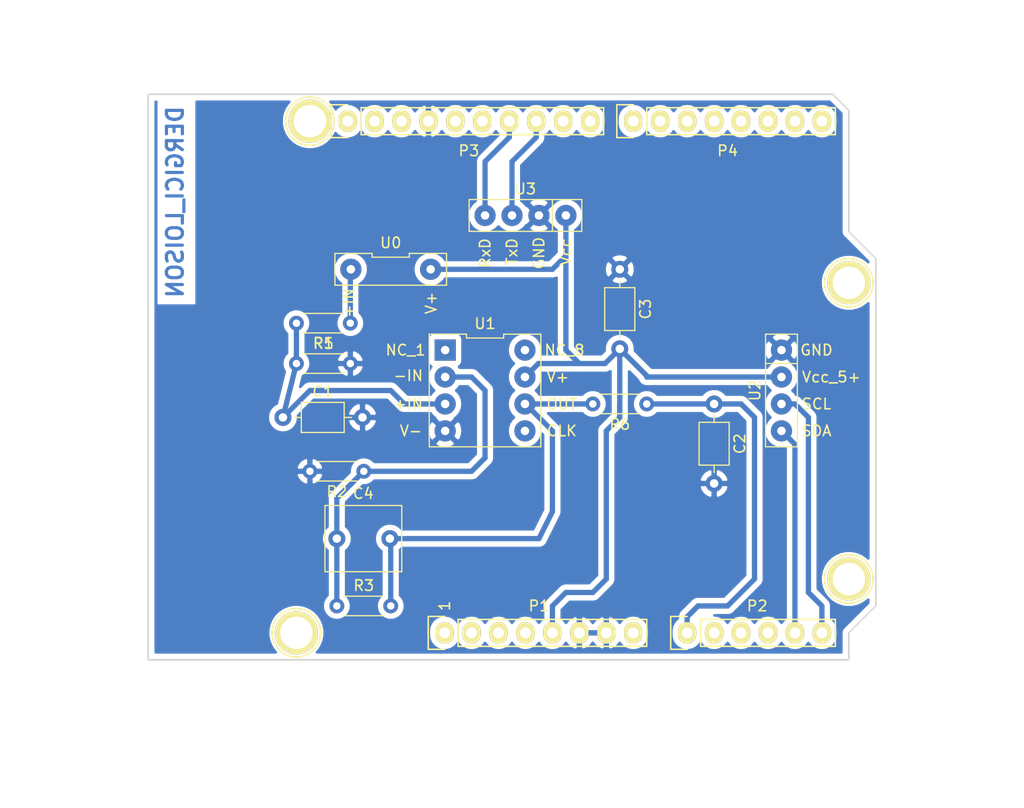
<source format=kicad_pcb>
(kicad_pcb (version 20171130) (host pcbnew "(5.1.2)-2")

  (general
    (thickness 1.6)
    (drawings 28)
    (tracks 68)
    (zones 0)
    (modules 21)
    (nets 42)
  )

  (page A4)
  (title_block
    (date "lun. 30 mars 2015")
  )

  (layers
    (0 F.Cu signal)
    (31 B.Cu signal)
    (32 B.Adhes user)
    (33 F.Adhes user)
    (34 B.Paste user)
    (35 F.Paste user)
    (36 B.SilkS user)
    (37 F.SilkS user)
    (38 B.Mask user)
    (39 F.Mask user)
    (40 Dwgs.User user)
    (41 Cmts.User user)
    (42 Eco1.User user)
    (43 Eco2.User user)
    (44 Edge.Cuts user)
    (45 Margin user)
    (46 B.CrtYd user)
    (47 F.CrtYd user)
    (48 B.Fab user)
    (49 F.Fab user)
  )

  (setup
    (last_trace_width 0.5)
    (trace_clearance 0.2)
    (zone_clearance 0.508)
    (zone_45_only no)
    (trace_min 0.2)
    (via_size 0.6)
    (via_drill 0.4)
    (via_min_size 0.4)
    (via_min_drill 0.3)
    (uvia_size 0.3)
    (uvia_drill 0.1)
    (uvias_allowed no)
    (uvia_min_size 0.2)
    (uvia_min_drill 0.1)
    (edge_width 0.15)
    (segment_width 0.15)
    (pcb_text_width 0.3)
    (pcb_text_size 1.5 1.5)
    (mod_edge_width 0.15)
    (mod_text_size 1 1)
    (mod_text_width 0.15)
    (pad_size 2 2)
    (pad_drill 0.8)
    (pad_to_mask_clearance 0)
    (aux_axis_origin 110.998 126.365)
    (grid_origin 110.998 126.365)
    (visible_elements 7FFFFFFF)
    (pcbplotparams
      (layerselection 0x00020_fffffffe)
      (usegerberextensions false)
      (usegerberattributes false)
      (usegerberadvancedattributes false)
      (creategerberjobfile false)
      (excludeedgelayer true)
      (linewidth 0.100000)
      (plotframeref false)
      (viasonmask false)
      (mode 1)
      (useauxorigin false)
      (hpglpennumber 1)
      (hpglpenspeed 20)
      (hpglpendiameter 15.000000)
      (psnegative false)
      (psa4output false)
      (plotreference true)
      (plotvalue true)
      (plotinvisibletext false)
      (padsonsilk false)
      (subtractmaskfromsilk false)
      (outputformat 1)
      (mirror false)
      (drillshape 0)
      (scaleselection 1)
      (outputdirectory "gerber_capteur/"))
  )

  (net 0 "")
  (net 1 /IOREF)
  (net 2 /Reset)
  (net 3 +5V)
  (net 4 GND)
  (net 5 /Vin)
  (net 6 /A1)
  (net 7 /A2)
  (net 8 /A3)
  (net 9 /AREF)
  (net 10 "/9(**)")
  (net 11 /8)
  (net 12 /7)
  (net 13 "/6(**)")
  (net 14 "/5(**)")
  (net 15 /4)
  (net 16 "/3(**)")
  (net 17 /2)
  (net 18 "/1(Tx)")
  (net 19 "/0(Rx)")
  (net 20 "Net-(P5-Pad1)")
  (net 21 "Net-(P6-Pad1)")
  (net 22 "Net-(P7-Pad1)")
  (net 23 "Net-(P8-Pad1)")
  (net 24 "/13(SCK)")
  (net 25 "Net-(P1-Pad1)")
  (net 26 "/12(MISO)")
  (net 27 "Net-(C1-Pad1)")
  (net 28 ADC)
  (net 29 "Net-(C4-Pad1)")
  (net 30 "Net-(C4-Pad2)")
  (net 31 "Net-(P1-Pad4)")
  (net 32 SDA)
  (net 33 SCL)
  (net 34 "Net-(P3-Pad1)")
  (net 35 "Net-(P3-Pad2)")
  (net 36 Tx)
  (net 37 Rx)
  (net 38 "Net-(R5-Pad1)")
  (net 39 "Net-(U1-Pad8)")
  (net 40 "Net-(U1-Pad1)")
  (net 41 "Net-(U1-Pad5)")

  (net_class Default "This is the default net class."
    (clearance 0.2)
    (trace_width 0.5)
    (via_dia 0.6)
    (via_drill 0.4)
    (uvia_dia 0.3)
    (uvia_drill 0.1)
    (add_net +5V)
    (add_net "/0(Rx)")
    (add_net "/1(Tx)")
    (add_net "/12(MISO)")
    (add_net "/13(SCK)")
    (add_net /2)
    (add_net "/3(**)")
    (add_net /4)
    (add_net "/5(**)")
    (add_net "/6(**)")
    (add_net /7)
    (add_net /8)
    (add_net "/9(**)")
    (add_net /A1)
    (add_net /A2)
    (add_net /A3)
    (add_net /AREF)
    (add_net /IOREF)
    (add_net /Reset)
    (add_net /Vin)
    (add_net ADC)
    (add_net GND)
    (add_net "Net-(C1-Pad1)")
    (add_net "Net-(C4-Pad1)")
    (add_net "Net-(C4-Pad2)")
    (add_net "Net-(P1-Pad1)")
    (add_net "Net-(P1-Pad4)")
    (add_net "Net-(P3-Pad1)")
    (add_net "Net-(P3-Pad2)")
    (add_net "Net-(P5-Pad1)")
    (add_net "Net-(P6-Pad1)")
    (add_net "Net-(P7-Pad1)")
    (add_net "Net-(P8-Pad1)")
    (add_net "Net-(R5-Pad1)")
    (add_net "Net-(U1-Pad1)")
    (add_net "Net-(U1-Pad5)")
    (add_net "Net-(U1-Pad8)")
    (add_net Rx)
    (add_net SCL)
    (add_net SDA)
    (add_net Tx)
  )

  (module capteur_empreinte:BT_module-HC05 (layer F.Cu) (tedit 6041EA0E) (tstamp 60428CC2)
    (at 146.558 84.455 180)
    (path /604AE7DA)
    (fp_text reference U3 (at 0 2.5) (layer F.SilkS)
      (effects (font (size 1 1) (thickness 0.15)))
    )
    (fp_text value BT_module-HC05 (at 0 4.191) (layer F.Fab)
      (effects (font (size 1 1) (thickness 0.15)))
    )
    (fp_text user RxD (at 3.81 -3.556 90) (layer F.SilkS)
      (effects (font (size 1 1) (thickness 0.15)))
    )
    (fp_text user TxD (at 1.27 -3.429 90) (layer F.SilkS)
      (effects (font (size 1 1) (thickness 0.15)))
    )
    (fp_text user Vcc (at -3.81 -3.429 90) (layer F.SilkS)
      (effects (font (size 1 1) (thickness 0.15)))
    )
    (fp_text user GND (at -1.27 -3.556 90) (layer F.SilkS)
      (effects (font (size 1 1) (thickness 0.15)))
    )
    (fp_line (start -5.06 1.25) (end -5.06 -1.25) (layer F.CrtYd) (width 0.05))
    (fp_line (start 5.06 1.25) (end -5.06 1.25) (layer F.CrtYd) (width 0.05))
    (fp_line (start 5.06 -1.25) (end 5.06 1.25) (layer F.CrtYd) (width 0.05))
    (fp_line (start -5.06 -1.25) (end 5.06 -1.25) (layer F.CrtYd) (width 0.05))
    (fp_line (start -2.54 -1.5) (end -2.54 1.5) (layer F.SilkS) (width 0.12))
    (fp_line (start -5.31 1.5) (end -5.31 -1.5) (layer F.SilkS) (width 0.12))
    (fp_line (start 5.31 1.5) (end -5.31 1.5) (layer F.SilkS) (width 0.12))
    (fp_line (start 5.31 -1.5) (end 5.31 1.5) (layer F.SilkS) (width 0.12))
    (fp_line (start -5.31 -1.5) (end 5.31 -1.5) (layer F.SilkS) (width 0.12))
    (pad 4 thru_hole circle (at 3.81 0 180) (size 2 2) (drill 0.8) (layers *.Cu *.Mask)
      (net 36 Tx))
    (pad 3 thru_hole circle (at 1.27 0 180) (size 2 2) (drill 0.8) (layers *.Cu *.Mask)
      (net 37 Rx))
    (pad 2 thru_hole circle (at -1.27 0 180) (size 2 2) (drill 0.8) (layers *.Cu *.Mask)
      (net 4 GND))
    (pad 1 thru_hole circle (at -3.81 0 180) (size 2 2) (drill 0.8) (layers *.Cu *.Mask)
      (net 3 +5V))
  )

  (module Socket_Arduino_Uno:Socket_Strip_Arduino_1x08 locked (layer F.Cu) (tedit 552168D2) (tstamp 551AF9EA)
    (at 138.938 123.825)
    (descr "Through hole socket strip")
    (tags "socket strip")
    (path /56D70129)
    (fp_text reference P1 (at 8.89 -2.54) (layer F.SilkS)
      (effects (font (size 1 1) (thickness 0.15)))
    )
    (fp_text value Power (at 8.89 -4.064) (layer F.Fab)
      (effects (font (size 1 1) (thickness 0.15)))
    )
    (fp_line (start -1.75 -1.75) (end -1.75 1.75) (layer F.CrtYd) (width 0.05))
    (fp_line (start 19.55 -1.75) (end 19.55 1.75) (layer F.CrtYd) (width 0.05))
    (fp_line (start -1.75 -1.75) (end 19.55 -1.75) (layer F.CrtYd) (width 0.05))
    (fp_line (start -1.75 1.75) (end 19.55 1.75) (layer F.CrtYd) (width 0.05))
    (fp_line (start 1.27 1.27) (end 19.05 1.27) (layer F.SilkS) (width 0.15))
    (fp_line (start 19.05 1.27) (end 19.05 -1.27) (layer F.SilkS) (width 0.15))
    (fp_line (start 19.05 -1.27) (end 1.27 -1.27) (layer F.SilkS) (width 0.15))
    (fp_line (start -1.55 1.55) (end 0 1.55) (layer F.SilkS) (width 0.15))
    (fp_line (start 1.27 1.27) (end 1.27 -1.27) (layer F.SilkS) (width 0.15))
    (fp_line (start 0 -1.55) (end -1.55 -1.55) (layer F.SilkS) (width 0.15))
    (fp_line (start -1.55 -1.55) (end -1.55 1.55) (layer F.SilkS) (width 0.15))
    (pad 1 thru_hole oval (at 0 0) (size 1.7272 2.032) (drill 1.016) (layers *.Cu *.Mask F.SilkS)
      (net 25 "Net-(P1-Pad1)"))
    (pad 2 thru_hole oval (at 2.54 0) (size 1.7272 2.032) (drill 1.016) (layers *.Cu *.Mask F.SilkS)
      (net 1 /IOREF))
    (pad 3 thru_hole oval (at 5.08 0) (size 1.7272 2.032) (drill 1.016) (layers *.Cu *.Mask F.SilkS)
      (net 2 /Reset))
    (pad 4 thru_hole oval (at 7.62 0) (size 1.7272 2.032) (drill 1.016) (layers *.Cu *.Mask F.SilkS)
      (net 31 "Net-(P1-Pad4)"))
    (pad 5 thru_hole oval (at 10.16 0) (size 1.7272 2.032) (drill 1.016) (layers *.Cu *.Mask F.SilkS)
      (net 3 +5V))
    (pad 6 thru_hole oval (at 12.7 0) (size 1.7272 2.032) (drill 1.016) (layers *.Cu *.Mask F.SilkS)
      (net 4 GND))
    (pad 7 thru_hole oval (at 15.24 0) (size 1.7272 2.032) (drill 1.016) (layers *.Cu *.Mask F.SilkS)
      (net 4 GND))
    (pad 8 thru_hole oval (at 17.78 0) (size 1.7272 2.032) (drill 1.016) (layers *.Cu *.Mask F.SilkS)
      (net 5 /Vin))
    (model ${KIPRJMOD}/Socket_Arduino_Uno.3dshapes/Socket_header_Arduino_1x08.wrl
      (offset (xyz 8.889999866485596 0 0))
      (scale (xyz 1 1 1))
      (rotate (xyz 0 0 180))
    )
  )

  (module Socket_Arduino_Uno:Socket_Strip_Arduino_1x06 locked (layer F.Cu) (tedit 552168D6) (tstamp 551AF9FF)
    (at 161.798 123.825)
    (descr "Through hole socket strip")
    (tags "socket strip")
    (path /56D70DD8)
    (fp_text reference P2 (at 6.604 -2.54) (layer F.SilkS)
      (effects (font (size 1 1) (thickness 0.15)))
    )
    (fp_text value Analog (at 6.604 -4.064) (layer F.Fab)
      (effects (font (size 1 1) (thickness 0.15)))
    )
    (fp_line (start -1.75 -1.75) (end -1.75 1.75) (layer F.CrtYd) (width 0.05))
    (fp_line (start 14.45 -1.75) (end 14.45 1.75) (layer F.CrtYd) (width 0.05))
    (fp_line (start -1.75 -1.75) (end 14.45 -1.75) (layer F.CrtYd) (width 0.05))
    (fp_line (start -1.75 1.75) (end 14.45 1.75) (layer F.CrtYd) (width 0.05))
    (fp_line (start 1.27 1.27) (end 13.97 1.27) (layer F.SilkS) (width 0.15))
    (fp_line (start 13.97 1.27) (end 13.97 -1.27) (layer F.SilkS) (width 0.15))
    (fp_line (start 13.97 -1.27) (end 1.27 -1.27) (layer F.SilkS) (width 0.15))
    (fp_line (start -1.55 1.55) (end 0 1.55) (layer F.SilkS) (width 0.15))
    (fp_line (start 1.27 1.27) (end 1.27 -1.27) (layer F.SilkS) (width 0.15))
    (fp_line (start 0 -1.55) (end -1.55 -1.55) (layer F.SilkS) (width 0.15))
    (fp_line (start -1.55 -1.55) (end -1.55 1.55) (layer F.SilkS) (width 0.15))
    (pad 1 thru_hole oval (at 0 0) (size 1.7272 2.032) (drill 1.016) (layers *.Cu *.Mask F.SilkS)
      (net 28 ADC))
    (pad 2 thru_hole oval (at 2.54 0) (size 1.7272 2.032) (drill 1.016) (layers *.Cu *.Mask F.SilkS)
      (net 6 /A1))
    (pad 3 thru_hole oval (at 5.08 0) (size 1.7272 2.032) (drill 1.016) (layers *.Cu *.Mask F.SilkS)
      (net 7 /A2))
    (pad 4 thru_hole oval (at 7.62 0) (size 1.7272 2.032) (drill 1.016) (layers *.Cu *.Mask F.SilkS)
      (net 8 /A3))
    (pad 5 thru_hole oval (at 10.16 0) (size 1.7272 2.032) (drill 1.016) (layers *.Cu *.Mask F.SilkS)
      (net 32 SDA))
    (pad 6 thru_hole oval (at 12.7 0) (size 1.7272 2.032) (drill 1.016) (layers *.Cu *.Mask F.SilkS)
      (net 33 SCL))
    (model ${KIPRJMOD}/Socket_Arduino_Uno.3dshapes/Socket_header_Arduino_1x06.wrl
      (offset (xyz 6.349999904632568 0 0))
      (scale (xyz 1 1 1))
      (rotate (xyz 0 0 180))
    )
  )

  (module Socket_Arduino_Uno:Socket_Strip_Arduino_1x10 locked (layer F.Cu) (tedit 552168BF) (tstamp 551AFA18)
    (at 129.794 75.565)
    (descr "Through hole socket strip")
    (tags "socket strip")
    (path /56D721E0)
    (fp_text reference P3 (at 11.43 2.794) (layer F.SilkS)
      (effects (font (size 1 1) (thickness 0.15)))
    )
    (fp_text value Digital (at 11.43 4.318) (layer F.Fab)
      (effects (font (size 1 1) (thickness 0.15)))
    )
    (fp_line (start -1.75 -1.75) (end -1.75 1.75) (layer F.CrtYd) (width 0.05))
    (fp_line (start 24.65 -1.75) (end 24.65 1.75) (layer F.CrtYd) (width 0.05))
    (fp_line (start -1.75 -1.75) (end 24.65 -1.75) (layer F.CrtYd) (width 0.05))
    (fp_line (start -1.75 1.75) (end 24.65 1.75) (layer F.CrtYd) (width 0.05))
    (fp_line (start 1.27 1.27) (end 24.13 1.27) (layer F.SilkS) (width 0.15))
    (fp_line (start 24.13 1.27) (end 24.13 -1.27) (layer F.SilkS) (width 0.15))
    (fp_line (start 24.13 -1.27) (end 1.27 -1.27) (layer F.SilkS) (width 0.15))
    (fp_line (start -1.55 1.55) (end 0 1.55) (layer F.SilkS) (width 0.15))
    (fp_line (start 1.27 1.27) (end 1.27 -1.27) (layer F.SilkS) (width 0.15))
    (fp_line (start 0 -1.55) (end -1.55 -1.55) (layer F.SilkS) (width 0.15))
    (fp_line (start -1.55 -1.55) (end -1.55 1.55) (layer F.SilkS) (width 0.15))
    (pad 1 thru_hole oval (at 0 0) (size 1.7272 2.032) (drill 1.016) (layers *.Cu *.Mask F.SilkS)
      (net 34 "Net-(P3-Pad1)"))
    (pad 2 thru_hole oval (at 2.54 0) (size 1.7272 2.032) (drill 1.016) (layers *.Cu *.Mask F.SilkS)
      (net 35 "Net-(P3-Pad2)"))
    (pad 3 thru_hole oval (at 5.08 0) (size 1.7272 2.032) (drill 1.016) (layers *.Cu *.Mask F.SilkS)
      (net 9 /AREF))
    (pad 4 thru_hole oval (at 7.62 0) (size 1.7272 2.032) (drill 1.016) (layers *.Cu *.Mask F.SilkS)
      (net 4 GND))
    (pad 5 thru_hole oval (at 10.16 0) (size 1.7272 2.032) (drill 1.016) (layers *.Cu *.Mask F.SilkS)
      (net 24 "/13(SCK)"))
    (pad 6 thru_hole oval (at 12.7 0) (size 1.7272 2.032) (drill 1.016) (layers *.Cu *.Mask F.SilkS)
      (net 26 "/12(MISO)"))
    (pad 7 thru_hole oval (at 15.24 0) (size 1.7272 2.032) (drill 1.016) (layers *.Cu *.Mask F.SilkS)
      (net 36 Tx))
    (pad 8 thru_hole oval (at 17.78 0) (size 1.7272 2.032) (drill 1.016) (layers *.Cu *.Mask F.SilkS)
      (net 37 Rx))
    (pad 9 thru_hole oval (at 20.32 0) (size 1.7272 2.032) (drill 1.016) (layers *.Cu *.Mask F.SilkS)
      (net 10 "/9(**)"))
    (pad 10 thru_hole oval (at 22.86 0) (size 1.7272 2.032) (drill 1.016) (layers *.Cu *.Mask F.SilkS)
      (net 11 /8))
    (model ${KIPRJMOD}/Socket_Arduino_Uno.3dshapes/Socket_header_Arduino_1x10.wrl
      (offset (xyz 11.42999982833862 0 0))
      (scale (xyz 1 1 1))
      (rotate (xyz 0 0 180))
    )
  )

  (module Socket_Arduino_Uno:Socket_Strip_Arduino_1x08 locked (layer F.Cu) (tedit 552168C7) (tstamp 551AFA2F)
    (at 156.718 75.565)
    (descr "Through hole socket strip")
    (tags "socket strip")
    (path /56D7164F)
    (fp_text reference P4 (at 8.89 2.794) (layer F.SilkS)
      (effects (font (size 1 1) (thickness 0.15)))
    )
    (fp_text value Digital (at 8.89 4.318) (layer F.Fab)
      (effects (font (size 1 1) (thickness 0.15)))
    )
    (fp_line (start -1.75 -1.75) (end -1.75 1.75) (layer F.CrtYd) (width 0.05))
    (fp_line (start 19.55 -1.75) (end 19.55 1.75) (layer F.CrtYd) (width 0.05))
    (fp_line (start -1.75 -1.75) (end 19.55 -1.75) (layer F.CrtYd) (width 0.05))
    (fp_line (start -1.75 1.75) (end 19.55 1.75) (layer F.CrtYd) (width 0.05))
    (fp_line (start 1.27 1.27) (end 19.05 1.27) (layer F.SilkS) (width 0.15))
    (fp_line (start 19.05 1.27) (end 19.05 -1.27) (layer F.SilkS) (width 0.15))
    (fp_line (start 19.05 -1.27) (end 1.27 -1.27) (layer F.SilkS) (width 0.15))
    (fp_line (start -1.55 1.55) (end 0 1.55) (layer F.SilkS) (width 0.15))
    (fp_line (start 1.27 1.27) (end 1.27 -1.27) (layer F.SilkS) (width 0.15))
    (fp_line (start 0 -1.55) (end -1.55 -1.55) (layer F.SilkS) (width 0.15))
    (fp_line (start -1.55 -1.55) (end -1.55 1.55) (layer F.SilkS) (width 0.15))
    (pad 1 thru_hole oval (at 0 0) (size 1.7272 2.032) (drill 1.016) (layers *.Cu *.Mask F.SilkS)
      (net 12 /7))
    (pad 2 thru_hole oval (at 2.54 0) (size 1.7272 2.032) (drill 1.016) (layers *.Cu *.Mask F.SilkS)
      (net 13 "/6(**)"))
    (pad 3 thru_hole oval (at 5.08 0) (size 1.7272 2.032) (drill 1.016) (layers *.Cu *.Mask F.SilkS)
      (net 14 "/5(**)"))
    (pad 4 thru_hole oval (at 7.62 0) (size 1.7272 2.032) (drill 1.016) (layers *.Cu *.Mask F.SilkS)
      (net 15 /4))
    (pad 5 thru_hole oval (at 10.16 0) (size 1.7272 2.032) (drill 1.016) (layers *.Cu *.Mask F.SilkS)
      (net 16 "/3(**)"))
    (pad 6 thru_hole oval (at 12.7 0) (size 1.7272 2.032) (drill 1.016) (layers *.Cu *.Mask F.SilkS)
      (net 17 /2))
    (pad 7 thru_hole oval (at 15.24 0) (size 1.7272 2.032) (drill 1.016) (layers *.Cu *.Mask F.SilkS)
      (net 18 "/1(Tx)"))
    (pad 8 thru_hole oval (at 17.78 0) (size 1.7272 2.032) (drill 1.016) (layers *.Cu *.Mask F.SilkS)
      (net 19 "/0(Rx)"))
    (model ${KIPRJMOD}/Socket_Arduino_Uno.3dshapes/Socket_header_Arduino_1x08.wrl
      (offset (xyz 8.889999866485596 0 0))
      (scale (xyz 1 1 1))
      (rotate (xyz 0 0 180))
    )
  )

  (module Socket_Arduino_Uno:Arduino_1pin locked (layer F.Cu) (tedit 5524FC39) (tstamp 5524FC3F)
    (at 124.968 123.825)
    (descr "module 1 pin (ou trou mecanique de percage)")
    (tags DEV)
    (path /56D71177)
    (fp_text reference P5 (at 0 -3.048) (layer F.SilkS) hide
      (effects (font (size 1 1) (thickness 0.15)))
    )
    (fp_text value CONN_01X01 (at 0 2.794) (layer F.Fab) hide
      (effects (font (size 1 1) (thickness 0.15)))
    )
    (fp_circle (center 0 0) (end 0 -2.286) (layer F.SilkS) (width 0.15))
    (pad 1 thru_hole circle (at 0 0) (size 4.064 4.064) (drill 3.048) (layers *.Cu *.Mask F.SilkS)
      (net 20 "Net-(P5-Pad1)"))
  )

  (module Socket_Arduino_Uno:Arduino_1pin locked (layer F.Cu) (tedit 5524FC4A) (tstamp 5524FC44)
    (at 177.038 118.745)
    (descr "module 1 pin (ou trou mecanique de percage)")
    (tags DEV)
    (path /56D71274)
    (fp_text reference P6 (at 0 -3.048) (layer F.SilkS) hide
      (effects (font (size 1 1) (thickness 0.15)))
    )
    (fp_text value CONN_01X01 (at 0 2.794) (layer F.Fab) hide
      (effects (font (size 1 1) (thickness 0.15)))
    )
    (fp_circle (center 0 0) (end 0 -2.286) (layer F.SilkS) (width 0.15))
    (pad 1 thru_hole circle (at 0 0) (size 4.064 4.064) (drill 3.048) (layers *.Cu *.Mask F.SilkS)
      (net 21 "Net-(P6-Pad1)"))
  )

  (module Socket_Arduino_Uno:Arduino_1pin locked (layer F.Cu) (tedit 5524FC2F) (tstamp 5524FC49)
    (at 126.238 75.565)
    (descr "module 1 pin (ou trou mecanique de percage)")
    (tags DEV)
    (path /56D712A8)
    (fp_text reference P7 (at 0 -3.048) (layer F.SilkS) hide
      (effects (font (size 1 1) (thickness 0.15)))
    )
    (fp_text value CONN_01X01 (at 0 2.794) (layer F.Fab) hide
      (effects (font (size 1 1) (thickness 0.15)))
    )
    (fp_circle (center 0 0) (end 0 -2.286) (layer F.SilkS) (width 0.15))
    (pad 1 thru_hole circle (at 0 0) (size 4.064 4.064) (drill 3.048) (layers *.Cu *.Mask F.SilkS)
      (net 22 "Net-(P7-Pad1)"))
  )

  (module Socket_Arduino_Uno:Arduino_1pin locked (layer F.Cu) (tedit 5524FC41) (tstamp 5524FC4E)
    (at 177.038 90.805)
    (descr "module 1 pin (ou trou mecanique de percage)")
    (tags DEV)
    (path /56D712DB)
    (fp_text reference P8 (at 0 -3.048) (layer F.SilkS) hide
      (effects (font (size 1 1) (thickness 0.15)))
    )
    (fp_text value CONN_01X01 (at 0 2.794) (layer F.Fab) hide
      (effects (font (size 1 1) (thickness 0.15)))
    )
    (fp_circle (center 0 0) (end 0 -2.286) (layer F.SilkS) (width 0.15))
    (pad 1 thru_hole circle (at 0 0) (size 4.064 4.064) (drill 3.048) (layers *.Cu *.Mask F.SilkS)
      (net 23 "Net-(P8-Pad1)"))
  )

  (module Capacitor_THT:C_Axial_L3.8mm_D2.6mm_P7.50mm_Horizontal (layer F.Cu) (tedit 5AE50EF0) (tstamp 60424BA5)
    (at 123.698 103.505)
    (descr "C, Axial series, Axial, Horizontal, pin pitch=7.5mm, , length*diameter=3.8*2.6mm^2, http://www.vishay.com/docs/45231/arseries.pdf")
    (tags "C Axial series Axial Horizontal pin pitch 7.5mm  length 3.8mm diameter 2.6mm")
    (path /60318744)
    (fp_text reference C1 (at 3.75 -2.42) (layer F.SilkS)
      (effects (font (size 1 1) (thickness 0.15)))
    )
    (fp_text value 100n (at 3.75 2.42) (layer F.Fab)
      (effects (font (size 1 1) (thickness 0.15)))
    )
    (fp_line (start 1.85 -1.3) (end 1.85 1.3) (layer F.Fab) (width 0.1))
    (fp_line (start 1.85 1.3) (end 5.65 1.3) (layer F.Fab) (width 0.1))
    (fp_line (start 5.65 1.3) (end 5.65 -1.3) (layer F.Fab) (width 0.1))
    (fp_line (start 5.65 -1.3) (end 1.85 -1.3) (layer F.Fab) (width 0.1))
    (fp_line (start 0 0) (end 1.85 0) (layer F.Fab) (width 0.1))
    (fp_line (start 7.5 0) (end 5.65 0) (layer F.Fab) (width 0.1))
    (fp_line (start 1.73 -1.42) (end 1.73 1.42) (layer F.SilkS) (width 0.12))
    (fp_line (start 1.73 1.42) (end 5.77 1.42) (layer F.SilkS) (width 0.12))
    (fp_line (start 5.77 1.42) (end 5.77 -1.42) (layer F.SilkS) (width 0.12))
    (fp_line (start 5.77 -1.42) (end 1.73 -1.42) (layer F.SilkS) (width 0.12))
    (fp_line (start 1.04 0) (end 1.73 0) (layer F.SilkS) (width 0.12))
    (fp_line (start 6.46 0) (end 5.77 0) (layer F.SilkS) (width 0.12))
    (fp_line (start -1.05 -1.55) (end -1.05 1.55) (layer F.CrtYd) (width 0.05))
    (fp_line (start -1.05 1.55) (end 8.55 1.55) (layer F.CrtYd) (width 0.05))
    (fp_line (start 8.55 1.55) (end 8.55 -1.55) (layer F.CrtYd) (width 0.05))
    (fp_line (start 8.55 -1.55) (end -1.05 -1.55) (layer F.CrtYd) (width 0.05))
    (fp_text user %R (at 3.75 0) (layer F.Fab)
      (effects (font (size 0.76 0.76) (thickness 0.114)))
    )
    (pad 1 thru_hole circle (at 0 0) (size 1.6 1.6) (drill 0.8) (layers *.Cu *.Mask)
      (net 27 "Net-(C1-Pad1)"))
    (pad 2 thru_hole oval (at 7.5 0) (size 1.6 1.6) (drill 0.8) (layers *.Cu *.Mask)
      (net 4 GND))
    (model ${KISYS3DMOD}/Capacitor_THT.3dshapes/C_Axial_L3.8mm_D2.6mm_P7.50mm_Horizontal.wrl
      (at (xyz 0 0 0))
      (scale (xyz 1 1 1))
      (rotate (xyz 0 0 0))
    )
  )

  (module Capacitor_THT:C_Axial_L3.8mm_D2.6mm_P7.50mm_Horizontal (layer F.Cu) (tedit 5AE50EF0) (tstamp 60424BBC)
    (at 164.338 102.235 270)
    (descr "C, Axial series, Axial, Horizontal, pin pitch=7.5mm, , length*diameter=3.8*2.6mm^2, http://www.vishay.com/docs/45231/arseries.pdf")
    (tags "C Axial series Axial Horizontal pin pitch 7.5mm  length 3.8mm diameter 2.6mm")
    (path /60318B6B)
    (fp_text reference C2 (at 3.75 -2.42 90) (layer F.SilkS)
      (effects (font (size 1 1) (thickness 0.15)))
    )
    (fp_text value 100n (at 3.75 2.42 90) (layer F.Fab)
      (effects (font (size 1 1) (thickness 0.15)))
    )
    (fp_text user %R (at 3.81 0 90) (layer F.Fab)
      (effects (font (size 0.76 0.76) (thickness 0.114)))
    )
    (fp_line (start 8.55 -1.55) (end -1.05 -1.55) (layer F.CrtYd) (width 0.05))
    (fp_line (start 8.55 1.55) (end 8.55 -1.55) (layer F.CrtYd) (width 0.05))
    (fp_line (start -1.05 1.55) (end 8.55 1.55) (layer F.CrtYd) (width 0.05))
    (fp_line (start -1.05 -1.55) (end -1.05 1.55) (layer F.CrtYd) (width 0.05))
    (fp_line (start 6.46 0) (end 5.77 0) (layer F.SilkS) (width 0.12))
    (fp_line (start 1.04 0) (end 1.73 0) (layer F.SilkS) (width 0.12))
    (fp_line (start 5.77 -1.42) (end 1.73 -1.42) (layer F.SilkS) (width 0.12))
    (fp_line (start 5.77 1.42) (end 5.77 -1.42) (layer F.SilkS) (width 0.12))
    (fp_line (start 1.73 1.42) (end 5.77 1.42) (layer F.SilkS) (width 0.12))
    (fp_line (start 1.73 -1.42) (end 1.73 1.42) (layer F.SilkS) (width 0.12))
    (fp_line (start 7.5 0) (end 5.65 0) (layer F.Fab) (width 0.1))
    (fp_line (start 0 0) (end 1.85 0) (layer F.Fab) (width 0.1))
    (fp_line (start 5.65 -1.3) (end 1.85 -1.3) (layer F.Fab) (width 0.1))
    (fp_line (start 5.65 1.3) (end 5.65 -1.3) (layer F.Fab) (width 0.1))
    (fp_line (start 1.85 1.3) (end 5.65 1.3) (layer F.Fab) (width 0.1))
    (fp_line (start 1.85 -1.3) (end 1.85 1.3) (layer F.Fab) (width 0.1))
    (pad 2 thru_hole oval (at 7.5 0 270) (size 1.6 1.6) (drill 0.8) (layers *.Cu *.Mask)
      (net 4 GND))
    (pad 1 thru_hole circle (at 0 0 270) (size 1.6 1.6) (drill 0.8) (layers *.Cu *.Mask)
      (net 28 ADC))
    (model ${KISYS3DMOD}/Capacitor_THT.3dshapes/C_Axial_L3.8mm_D2.6mm_P7.50mm_Horizontal.wrl
      (at (xyz 0 0 0))
      (scale (xyz 1 1 1))
      (rotate (xyz 0 0 0))
    )
  )

  (module Capacitor_THT:C_Axial_L3.8mm_D2.6mm_P7.50mm_Horizontal (layer F.Cu) (tedit 5AE50EF0) (tstamp 60424BD3)
    (at 155.448 89.535 270)
    (descr "C, Axial series, Axial, Horizontal, pin pitch=7.5mm, , length*diameter=3.8*2.6mm^2, http://www.vishay.com/docs/45231/arseries.pdf")
    (tags "C Axial series Axial Horizontal pin pitch 7.5mm  length 3.8mm diameter 2.6mm")
    (path /6041E4AE)
    (fp_text reference C3 (at 3.75 -2.42 90) (layer F.SilkS)
      (effects (font (size 1 1) (thickness 0.15)))
    )
    (fp_text value 100n (at 3.75 2.42 90) (layer F.Fab)
      (effects (font (size 1 1) (thickness 0.15)))
    )
    (fp_line (start 1.85 -1.3) (end 1.85 1.3) (layer F.Fab) (width 0.1))
    (fp_line (start 1.85 1.3) (end 5.65 1.3) (layer F.Fab) (width 0.1))
    (fp_line (start 5.65 1.3) (end 5.65 -1.3) (layer F.Fab) (width 0.1))
    (fp_line (start 5.65 -1.3) (end 1.85 -1.3) (layer F.Fab) (width 0.1))
    (fp_line (start 0 0) (end 1.85 0) (layer F.Fab) (width 0.1))
    (fp_line (start 7.5 0) (end 5.65 0) (layer F.Fab) (width 0.1))
    (fp_line (start 1.73 -1.42) (end 1.73 1.42) (layer F.SilkS) (width 0.12))
    (fp_line (start 1.73 1.42) (end 5.77 1.42) (layer F.SilkS) (width 0.12))
    (fp_line (start 5.77 1.42) (end 5.77 -1.42) (layer F.SilkS) (width 0.12))
    (fp_line (start 5.77 -1.42) (end 1.73 -1.42) (layer F.SilkS) (width 0.12))
    (fp_line (start 1.04 0) (end 1.73 0) (layer F.SilkS) (width 0.12))
    (fp_line (start 6.46 0) (end 5.77 0) (layer F.SilkS) (width 0.12))
    (fp_line (start -1.05 -1.55) (end -1.05 1.55) (layer F.CrtYd) (width 0.05))
    (fp_line (start -1.05 1.55) (end 8.55 1.55) (layer F.CrtYd) (width 0.05))
    (fp_line (start 8.55 1.55) (end 8.55 -1.55) (layer F.CrtYd) (width 0.05))
    (fp_line (start 8.55 -1.55) (end -1.05 -1.55) (layer F.CrtYd) (width 0.05))
    (fp_text user %R (at 3.81 0 270) (layer F.Fab)
      (effects (font (size 0.76 0.76) (thickness 0.114)))
    )
    (pad 1 thru_hole circle (at 0 0 270) (size 1.6 1.6) (drill 0.8) (layers *.Cu *.Mask)
      (net 4 GND))
    (pad 2 thru_hole oval (at 7.5 0 270) (size 1.6 1.6) (drill 0.8) (layers *.Cu *.Mask)
      (net 3 +5V))
    (model ${KISYS3DMOD}/Capacitor_THT.3dshapes/C_Axial_L3.8mm_D2.6mm_P7.50mm_Horizontal.wrl
      (at (xyz 0 0 0))
      (scale (xyz 1 1 1))
      (rotate (xyz 0 0 0))
    )
  )

  (module Capacitor_THT:C_Rect_L7.0mm_W6.0mm_P5.00mm (layer F.Cu) (tedit 5AE50EF0) (tstamp 60424BE6)
    (at 128.778 114.935)
    (descr "C, Rect series, Radial, pin pitch=5.00mm, , length*width=7*6mm^2, Capacitor")
    (tags "C Rect series Radial pin pitch 5.00mm  length 7mm width 6mm Capacitor")
    (path /60318E78)
    (fp_text reference C4 (at 2.5 -4.25) (layer F.SilkS)
      (effects (font (size 1 1) (thickness 0.15)))
    )
    (fp_text value 1µ (at 2.5 4.25) (layer F.Fab)
      (effects (font (size 1 1) (thickness 0.15)))
    )
    (fp_line (start -1 -3) (end -1 3) (layer F.Fab) (width 0.1))
    (fp_line (start -1 3) (end 6 3) (layer F.Fab) (width 0.1))
    (fp_line (start 6 3) (end 6 -3) (layer F.Fab) (width 0.1))
    (fp_line (start 6 -3) (end -1 -3) (layer F.Fab) (width 0.1))
    (fp_line (start -1.12 -3.12) (end 6.12 -3.12) (layer F.SilkS) (width 0.12))
    (fp_line (start -1.12 3.12) (end 6.12 3.12) (layer F.SilkS) (width 0.12))
    (fp_line (start -1.12 -3.12) (end -1.12 3.12) (layer F.SilkS) (width 0.12))
    (fp_line (start 6.12 -3.12) (end 6.12 3.12) (layer F.SilkS) (width 0.12))
    (fp_line (start -1.25 -3.25) (end -1.25 3.25) (layer F.CrtYd) (width 0.05))
    (fp_line (start -1.25 3.25) (end 6.25 3.25) (layer F.CrtYd) (width 0.05))
    (fp_line (start 6.25 3.25) (end 6.25 -3.25) (layer F.CrtYd) (width 0.05))
    (fp_line (start 6.25 -3.25) (end -1.25 -3.25) (layer F.CrtYd) (width 0.05))
    (fp_text user %R (at 2.694999 0) (layer F.Fab)
      (effects (font (size 1 1) (thickness 0.15)))
    )
    (pad 1 thru_hole circle (at 0 0) (size 1.6 1.6) (drill 0.8) (layers *.Cu *.Mask)
      (net 29 "Net-(C4-Pad1)"))
    (pad 2 thru_hole circle (at 5 0) (size 1.6 1.6) (drill 0.8) (layers *.Cu *.Mask)
      (net 30 "Net-(C4-Pad2)"))
    (model ${KISYS3DMOD}/Capacitor_THT.3dshapes/C_Rect_L7.0mm_W6.0mm_P5.00mm.wrl
      (at (xyz 0 0 0))
      (scale (xyz 1 1 1))
      (rotate (xyz 0 0 0))
    )
  )

  (module Resistor_THT:R_Axial_DIN0204_L3.6mm_D1.6mm_P5.08mm_Horizontal (layer F.Cu) (tedit 5AE5139B) (tstamp 60424BF9)
    (at 124.968 98.425)
    (descr "Resistor, Axial_DIN0204 series, Axial, Horizontal, pin pitch=5.08mm, 0.167W, length*diameter=3.6*1.6mm^2, http://cdn-reichelt.de/documents/datenblatt/B400/1_4W%23YAG.pdf")
    (tags "Resistor Axial_DIN0204 series Axial Horizontal pin pitch 5.08mm 0.167W length 3.6mm diameter 1.6mm")
    (path /60315A4C)
    (fp_text reference R1 (at 2.54 -1.92) (layer F.SilkS)
      (effects (font (size 1 1) (thickness 0.15)))
    )
    (fp_text value 100k (at 2.54 1.92) (layer F.Fab)
      (effects (font (size 1 1) (thickness 0.15)))
    )
    (fp_line (start 0.74 -0.8) (end 0.74 0.8) (layer F.Fab) (width 0.1))
    (fp_line (start 0.74 0.8) (end 4.34 0.8) (layer F.Fab) (width 0.1))
    (fp_line (start 4.34 0.8) (end 4.34 -0.8) (layer F.Fab) (width 0.1))
    (fp_line (start 4.34 -0.8) (end 0.74 -0.8) (layer F.Fab) (width 0.1))
    (fp_line (start 0 0) (end 0.74 0) (layer F.Fab) (width 0.1))
    (fp_line (start 5.08 0) (end 4.34 0) (layer F.Fab) (width 0.1))
    (fp_line (start 0.62 -0.92) (end 4.46 -0.92) (layer F.SilkS) (width 0.12))
    (fp_line (start 0.62 0.92) (end 4.46 0.92) (layer F.SilkS) (width 0.12))
    (fp_line (start -0.95 -1.05) (end -0.95 1.05) (layer F.CrtYd) (width 0.05))
    (fp_line (start -0.95 1.05) (end 6.03 1.05) (layer F.CrtYd) (width 0.05))
    (fp_line (start 6.03 1.05) (end 6.03 -1.05) (layer F.CrtYd) (width 0.05))
    (fp_line (start 6.03 -1.05) (end -0.95 -1.05) (layer F.CrtYd) (width 0.05))
    (fp_text user %R (at 2.54 0 90) (layer F.Fab)
      (effects (font (size 0.72 0.72) (thickness 0.108)))
    )
    (pad 1 thru_hole circle (at 0 0) (size 1.4 1.4) (drill 0.7) (layers *.Cu *.Mask)
      (net 27 "Net-(C1-Pad1)"))
    (pad 2 thru_hole oval (at 5.08 0) (size 1.4 1.4) (drill 0.7) (layers *.Cu *.Mask)
      (net 4 GND))
    (model ${KISYS3DMOD}/Resistor_THT.3dshapes/R_Axial_DIN0204_L3.6mm_D1.6mm_P5.08mm_Horizontal.wrl
      (at (xyz 0 0 0))
      (scale (xyz 1 1 1))
      (rotate (xyz 0 0 0))
    )
  )

  (module Resistor_THT:R_Axial_DIN0204_L3.6mm_D1.6mm_P5.08mm_Horizontal (layer F.Cu) (tedit 5AE5139B) (tstamp 60424C0C)
    (at 131.318 108.585 180)
    (descr "Resistor, Axial_DIN0204 series, Axial, Horizontal, pin pitch=5.08mm, 0.167W, length*diameter=3.6*1.6mm^2, http://cdn-reichelt.de/documents/datenblatt/B400/1_4W%23YAG.pdf")
    (tags "Resistor Axial_DIN0204 series Axial Horizontal pin pitch 5.08mm 0.167W length 3.6mm diameter 1.6mm")
    (path /603134B4)
    (fp_text reference R2 (at 2.54 -1.92) (layer F.SilkS)
      (effects (font (size 1 1) (thickness 0.15)))
    )
    (fp_text value 1k (at 2.54 1.92) (layer F.Fab)
      (effects (font (size 1 1) (thickness 0.15)))
    )
    (fp_line (start 0.74 -0.8) (end 0.74 0.8) (layer F.Fab) (width 0.1))
    (fp_line (start 0.74 0.8) (end 4.34 0.8) (layer F.Fab) (width 0.1))
    (fp_line (start 4.34 0.8) (end 4.34 -0.8) (layer F.Fab) (width 0.1))
    (fp_line (start 4.34 -0.8) (end 0.74 -0.8) (layer F.Fab) (width 0.1))
    (fp_line (start 0 0) (end 0.74 0) (layer F.Fab) (width 0.1))
    (fp_line (start 5.08 0) (end 4.34 0) (layer F.Fab) (width 0.1))
    (fp_line (start 0.62 -0.92) (end 4.46 -0.92) (layer F.SilkS) (width 0.12))
    (fp_line (start 0.62 0.92) (end 4.46 0.92) (layer F.SilkS) (width 0.12))
    (fp_line (start -0.95 -1.05) (end -0.95 1.05) (layer F.CrtYd) (width 0.05))
    (fp_line (start -0.95 1.05) (end 6.03 1.05) (layer F.CrtYd) (width 0.05))
    (fp_line (start 6.03 1.05) (end 6.03 -1.05) (layer F.CrtYd) (width 0.05))
    (fp_line (start 6.03 -1.05) (end -0.95 -1.05) (layer F.CrtYd) (width 0.05))
    (fp_text user %R (at 2.54 0 180) (layer F.Fab)
      (effects (font (size 0.72 0.72) (thickness 0.108)))
    )
    (pad 1 thru_hole circle (at 0 0 180) (size 1.4 1.4) (drill 0.7) (layers *.Cu *.Mask)
      (net 29 "Net-(C4-Pad1)"))
    (pad 2 thru_hole oval (at 5.08 0 180) (size 1.4 1.4) (drill 0.7) (layers *.Cu *.Mask)
      (net 4 GND))
    (model ${KISYS3DMOD}/Resistor_THT.3dshapes/R_Axial_DIN0204_L3.6mm_D1.6mm_P5.08mm_Horizontal.wrl
      (at (xyz 0 0 0))
      (scale (xyz 1 1 1))
      (rotate (xyz 0 0 0))
    )
  )

  (module Resistor_THT:R_Axial_DIN0204_L3.6mm_D1.6mm_P5.08mm_Horizontal (layer F.Cu) (tedit 5AE5139B) (tstamp 60424C1F)
    (at 128.778 121.285)
    (descr "Resistor, Axial_DIN0204 series, Axial, Horizontal, pin pitch=5.08mm, 0.167W, length*diameter=3.6*1.6mm^2, http://cdn-reichelt.de/documents/datenblatt/B400/1_4W%23YAG.pdf")
    (tags "Resistor Axial_DIN0204 series Axial Horizontal pin pitch 5.08mm 0.167W length 3.6mm diameter 1.6mm")
    (path /603138A2)
    (fp_text reference R3 (at 2.54 -1.92) (layer F.SilkS)
      (effects (font (size 1 1) (thickness 0.15)))
    )
    (fp_text value 100k (at 2.54 1.92) (layer F.Fab)
      (effects (font (size 1 1) (thickness 0.15)))
    )
    (fp_text user %R (at 2.54 0) (layer F.Fab)
      (effects (font (size 0.72 0.72) (thickness 0.108)))
    )
    (fp_line (start 6.03 -1.05) (end -0.95 -1.05) (layer F.CrtYd) (width 0.05))
    (fp_line (start 6.03 1.05) (end 6.03 -1.05) (layer F.CrtYd) (width 0.05))
    (fp_line (start -0.95 1.05) (end 6.03 1.05) (layer F.CrtYd) (width 0.05))
    (fp_line (start -0.95 -1.05) (end -0.95 1.05) (layer F.CrtYd) (width 0.05))
    (fp_line (start 0.62 0.92) (end 4.46 0.92) (layer F.SilkS) (width 0.12))
    (fp_line (start 0.62 -0.92) (end 4.46 -0.92) (layer F.SilkS) (width 0.12))
    (fp_line (start 5.08 0) (end 4.34 0) (layer F.Fab) (width 0.1))
    (fp_line (start 0 0) (end 0.74 0) (layer F.Fab) (width 0.1))
    (fp_line (start 4.34 -0.8) (end 0.74 -0.8) (layer F.Fab) (width 0.1))
    (fp_line (start 4.34 0.8) (end 4.34 -0.8) (layer F.Fab) (width 0.1))
    (fp_line (start 0.74 0.8) (end 4.34 0.8) (layer F.Fab) (width 0.1))
    (fp_line (start 0.74 -0.8) (end 0.74 0.8) (layer F.Fab) (width 0.1))
    (pad 2 thru_hole oval (at 5.08 0) (size 1.4 1.4) (drill 0.7) (layers *.Cu *.Mask)
      (net 30 "Net-(C4-Pad2)"))
    (pad 1 thru_hole circle (at 0 0) (size 1.4 1.4) (drill 0.7) (layers *.Cu *.Mask)
      (net 29 "Net-(C4-Pad1)"))
    (model ${KISYS3DMOD}/Resistor_THT.3dshapes/R_Axial_DIN0204_L3.6mm_D1.6mm_P5.08mm_Horizontal.wrl
      (at (xyz 0 0 0))
      (scale (xyz 1 1 1))
      (rotate (xyz 0 0 0))
    )
  )

  (module Resistor_THT:R_Axial_DIN0204_L3.6mm_D1.6mm_P5.08mm_Horizontal (layer F.Cu) (tedit 5AE5139B) (tstamp 60424C32)
    (at 130.048 94.615 180)
    (descr "Resistor, Axial_DIN0204 series, Axial, Horizontal, pin pitch=5.08mm, 0.167W, length*diameter=3.6*1.6mm^2, http://cdn-reichelt.de/documents/datenblatt/B400/1_4W%23YAG.pdf")
    (tags "Resistor Axial_DIN0204 series Axial Horizontal pin pitch 5.08mm 0.167W length 3.6mm diameter 1.6mm")
    (path /60314F5D)
    (fp_text reference R5 (at 2.54 -1.92) (layer F.SilkS)
      (effects (font (size 1 1) (thickness 0.15)))
    )
    (fp_text value 10k (at 2.54 1.92) (layer F.Fab)
      (effects (font (size 1 1) (thickness 0.15)))
    )
    (fp_line (start 0.74 -0.8) (end 0.74 0.8) (layer F.Fab) (width 0.1))
    (fp_line (start 0.74 0.8) (end 4.34 0.8) (layer F.Fab) (width 0.1))
    (fp_line (start 4.34 0.8) (end 4.34 -0.8) (layer F.Fab) (width 0.1))
    (fp_line (start 4.34 -0.8) (end 0.74 -0.8) (layer F.Fab) (width 0.1))
    (fp_line (start 0 0) (end 0.74 0) (layer F.Fab) (width 0.1))
    (fp_line (start 5.08 0) (end 4.34 0) (layer F.Fab) (width 0.1))
    (fp_line (start 0.62 -0.92) (end 4.46 -0.92) (layer F.SilkS) (width 0.12))
    (fp_line (start 0.62 0.92) (end 4.46 0.92) (layer F.SilkS) (width 0.12))
    (fp_line (start -0.95 -1.05) (end -0.95 1.05) (layer F.CrtYd) (width 0.05))
    (fp_line (start -0.95 1.05) (end 6.03 1.05) (layer F.CrtYd) (width 0.05))
    (fp_line (start 6.03 1.05) (end 6.03 -1.05) (layer F.CrtYd) (width 0.05))
    (fp_line (start 6.03 -1.05) (end -0.95 -1.05) (layer F.CrtYd) (width 0.05))
    (fp_text user %R (at 2.54 0) (layer F.Fab)
      (effects (font (size 0.72 0.72) (thickness 0.108)))
    )
    (pad 1 thru_hole circle (at 0 0 180) (size 1.4 1.4) (drill 0.7) (layers *.Cu *.Mask)
      (net 38 "Net-(R5-Pad1)"))
    (pad 2 thru_hole oval (at 5.08 0 180) (size 1.4 1.4) (drill 0.7) (layers *.Cu *.Mask)
      (net 27 "Net-(C1-Pad1)"))
    (model ${KISYS3DMOD}/Resistor_THT.3dshapes/R_Axial_DIN0204_L3.6mm_D1.6mm_P5.08mm_Horizontal.wrl
      (at (xyz 0 0 0))
      (scale (xyz 1 1 1))
      (rotate (xyz 0 0 0))
    )
  )

  (module Resistor_THT:R_Axial_DIN0204_L3.6mm_D1.6mm_P5.08mm_Horizontal (layer F.Cu) (tedit 5AE5139B) (tstamp 60424C45)
    (at 157.988 102.235 180)
    (descr "Resistor, Axial_DIN0204 series, Axial, Horizontal, pin pitch=5.08mm, 0.167W, length*diameter=3.6*1.6mm^2, http://cdn-reichelt.de/documents/datenblatt/B400/1_4W%23YAG.pdf")
    (tags "Resistor Axial_DIN0204 series Axial Horizontal pin pitch 5.08mm 0.167W length 3.6mm diameter 1.6mm")
    (path /603165A5)
    (fp_text reference R6 (at 2.54 -1.92) (layer F.SilkS)
      (effects (font (size 1 1) (thickness 0.15)))
    )
    (fp_text value 1k (at 2.54 1.92) (layer F.Fab)
      (effects (font (size 1 1) (thickness 0.15)))
    )
    (fp_text user %R (at 2.54 0) (layer F.Fab)
      (effects (font (size 0.72 0.72) (thickness 0.108)))
    )
    (fp_line (start 6.03 -1.05) (end -0.95 -1.05) (layer F.CrtYd) (width 0.05))
    (fp_line (start 6.03 1.05) (end 6.03 -1.05) (layer F.CrtYd) (width 0.05))
    (fp_line (start -0.95 1.05) (end 6.03 1.05) (layer F.CrtYd) (width 0.05))
    (fp_line (start -0.95 -1.05) (end -0.95 1.05) (layer F.CrtYd) (width 0.05))
    (fp_line (start 0.62 0.92) (end 4.46 0.92) (layer F.SilkS) (width 0.12))
    (fp_line (start 0.62 -0.92) (end 4.46 -0.92) (layer F.SilkS) (width 0.12))
    (fp_line (start 5.08 0) (end 4.34 0) (layer F.Fab) (width 0.1))
    (fp_line (start 0 0) (end 0.74 0) (layer F.Fab) (width 0.1))
    (fp_line (start 4.34 -0.8) (end 0.74 -0.8) (layer F.Fab) (width 0.1))
    (fp_line (start 4.34 0.8) (end 4.34 -0.8) (layer F.Fab) (width 0.1))
    (fp_line (start 0.74 0.8) (end 4.34 0.8) (layer F.Fab) (width 0.1))
    (fp_line (start 0.74 -0.8) (end 0.74 0.8) (layer F.Fab) (width 0.1))
    (pad 2 thru_hole oval (at 5.08 0 180) (size 1.4 1.4) (drill 0.7) (layers *.Cu *.Mask)
      (net 30 "Net-(C4-Pad2)"))
    (pad 1 thru_hole circle (at 0 0 180) (size 1.4 1.4) (drill 0.7) (layers *.Cu *.Mask)
      (net 28 ADC))
    (model ${KISYS3DMOD}/Resistor_THT.3dshapes/R_Axial_DIN0204_L3.6mm_D1.6mm_P5.08mm_Horizontal.wrl
      (at (xyz 0 0 0))
      (scale (xyz 1 1 1))
      (rotate (xyz 0 0 0))
    )
  )

  (module capteur_empreinte:FlexSensor (layer F.Cu) (tedit 6041EBAD) (tstamp 60424C59)
    (at 133.858 89.535 270)
    (path /60321BD3)
    (fp_text reference U0 (at -2.5 0) (layer F.SilkS)
      (effects (font (size 1 1) (thickness 0.15)))
    )
    (fp_text value FlexSensor (at -0.127 -8.128 90) (layer F.Fab)
      (effects (font (size 1 1) (thickness 0.15)))
    )
    (fp_line (start -1.5 5.26) (end 1.499999 5.26) (layer F.SilkS) (width 0.12))
    (fp_line (start 1.499999 5.26) (end 1.5 -5.26) (layer F.SilkS) (width 0.12))
    (fp_line (start 1.5 -5.26) (end -1.499999 -5.26) (layer F.SilkS) (width 0.12))
    (fp_line (start -1.499999 -5.26) (end -1.5 -1.753333) (layer F.SilkS) (width 0.12))
    (fp_line (start -1.5 -1.753333) (end -1.14 -1.753333) (layer F.SilkS) (width 0.12))
    (fp_line (start -1.14 -1.753333) (end -1.14 1.753333) (layer F.SilkS) (width 0.12))
    (fp_line (start -1.14 1.753333) (end -1.5 1.753333) (layer F.SilkS) (width 0.12))
    (fp_line (start -1.5 1.753333) (end -1.5 5.26) (layer F.SilkS) (width 0.12))
    (fp_line (start -1.25 -5.01) (end 1.25 -5.01) (layer F.CrtYd) (width 0.05))
    (fp_line (start 1.25 -5.01) (end 1.25 5.01) (layer F.CrtYd) (width 0.05))
    (fp_line (start 1.25 5.01) (end -1.25 5.01) (layer F.CrtYd) (width 0.05))
    (fp_line (start -1.25 5.01) (end -1.25 -5.01) (layer F.CrtYd) (width 0.05))
    (fp_text user +IN (at 3.175 3.937 90) (layer F.SilkS)
      (effects (font (size 1 1) (thickness 0.15)))
    )
    (fp_text user V+ (at 3.175 -3.81 90) (layer F.SilkS)
      (effects (font (size 1 1) (thickness 0.15)))
    )
    (pad 2 thru_hole circle (at 0 -3.76 270) (size 2 2) (drill 0.8) (layers *.Cu *.Mask)
      (net 3 +5V))
    (pad 1 thru_hole circle (at 0 3.76 270) (size 2 2) (drill 0.8) (layers *.Cu *.Mask)
      (net 38 "Net-(R5-Pad1)"))
  )

  (module capteur_empreinte:LTC1050 (layer F.Cu) (tedit 6042063D) (tstamp 60424C79)
    (at 142.748 100.965 270)
    (path /60438215)
    (fp_text reference U1 (at -6.31 0) (layer F.SilkS)
      (effects (font (size 1 1) (thickness 0.15)))
    )
    (fp_text value LTC1050 (at 0 0 270) (layer F.Fab)
      (effects (font (size 1 1) (thickness 0.15)))
    )
    (fp_line (start -5.31 5.26) (end 5.31 5.26) (layer F.SilkS) (width 0.12))
    (fp_line (start 5.31 5.26) (end 5.31 -5.26) (layer F.SilkS) (width 0.12))
    (fp_line (start 5.31 -5.26) (end -5.31 -5.26) (layer F.SilkS) (width 0.12))
    (fp_line (start -5.31 -5.26) (end -5.31 -1.753333) (layer F.SilkS) (width 0.12))
    (fp_line (start -5.31 -1.753333) (end -4.95 -1.753333) (layer F.SilkS) (width 0.12))
    (fp_line (start -4.95 -1.753333) (end -4.95 1.753333) (layer F.SilkS) (width 0.12))
    (fp_line (start -4.95 1.753333) (end -5.31 1.753333) (layer F.SilkS) (width 0.12))
    (fp_line (start -5.31 1.753333) (end -5.31 5.26) (layer F.SilkS) (width 0.12))
    (fp_line (start -5.06 -5.01) (end 5.06 -5.01) (layer F.CrtYd) (width 0.05))
    (fp_line (start 5.06 -5.01) (end 5.06 5.01) (layer F.CrtYd) (width 0.05))
    (fp_line (start 5.06 5.01) (end -5.06 5.01) (layer F.CrtYd) (width 0.05))
    (fp_line (start -5.06 5.01) (end -5.06 -5.01) (layer F.CrtYd) (width 0.05))
    (fp_text user NC_1 (at -3.81 7.493) (layer F.SilkS)
      (effects (font (size 1 1) (thickness 0.15)))
    )
    (fp_text user -IN (at -1.397 7.239) (layer F.SilkS)
      (effects (font (size 1 1) (thickness 0.15)))
    )
    (fp_text user +IN (at 1.27 7.239 180) (layer F.SilkS)
      (effects (font (size 1 1) (thickness 0.15)))
    )
    (fp_text user V- (at 3.81 6.985) (layer F.SilkS)
      (effects (font (size 1 1) (thickness 0.15)))
    )
    (fp_text user NC_8 (at -3.81 -7.493) (layer F.SilkS)
      (effects (font (size 1 1) (thickness 0.15)))
    )
    (fp_text user V+ (at -1.27 -6.858) (layer F.SilkS)
      (effects (font (size 1 1) (thickness 0.15)))
    )
    (fp_text user OUT (at 1.27 -7.239) (layer F.SilkS)
      (effects (font (size 1 1) (thickness 0.15)))
    )
    (fp_text user CLK (at 3.81 -7.239) (layer F.SilkS)
      (effects (font (size 1 1) (thickness 0.15)))
    )
    (pad 8 thru_hole circle (at -3.81 -3.76 270) (size 2 2) (drill 0.8) (layers *.Cu *.Mask)
      (net 39 "Net-(U1-Pad8)"))
    (pad 1 thru_hole rect (at -3.81 3.76 270) (size 2 2) (drill 0.8) (layers *.Cu *.Mask)
      (net 40 "Net-(U1-Pad1)"))
    (pad 7 thru_hole circle (at -1.27 -3.76 270) (size 2 2) (drill 0.8) (layers *.Cu *.Mask)
      (net 3 +5V))
    (pad 2 thru_hole circle (at -1.27 3.76 270) (size 2 2) (drill 0.8) (layers *.Cu *.Mask)
      (net 29 "Net-(C4-Pad1)"))
    (pad 6 thru_hole circle (at 1.27 -3.76 270) (size 2 2) (drill 0.8) (layers *.Cu *.Mask)
      (net 30 "Net-(C4-Pad2)"))
    (pad 3 thru_hole circle (at 1.27 3.76 270) (size 2 2) (drill 0.8) (layers *.Cu *.Mask)
      (net 27 "Net-(C1-Pad1)"))
    (pad 5 thru_hole circle (at 3.81 -3.76 270) (size 2 2) (drill 0.8) (layers *.Cu *.Mask)
      (net 41 "Net-(U1-Pad5)"))
    (pad 4 thru_hole circle (at 3.81 3.76 270) (size 2 2) (drill 0.8) (layers *.Cu *.Mask)
      (net 4 GND))
  )

  (module capteur_empreinte:OLED (layer F.Cu) (tedit 6041E9A5) (tstamp 60424C8E)
    (at 170.688 100.965 270)
    (path /604AF124)
    (fp_text reference U2 (at 0 2.5 90) (layer F.SilkS)
      (effects (font (size 1 1) (thickness 0.15)))
    )
    (fp_text value OLED (at -4.064 2.54 90) (layer F.Fab)
      (effects (font (size 1 1) (thickness 0.15)))
    )
    (fp_line (start -5.31 -1.5) (end 5.31 -1.5) (layer F.SilkS) (width 0.12))
    (fp_line (start 5.31 -1.5) (end 5.31 1.5) (layer F.SilkS) (width 0.12))
    (fp_line (start 5.31 1.5) (end -5.31 1.5) (layer F.SilkS) (width 0.12))
    (fp_line (start -5.31 1.5) (end -5.31 -1.5) (layer F.SilkS) (width 0.12))
    (fp_line (start -2.54 -1.5) (end -2.54 1.5) (layer F.SilkS) (width 0.12))
    (fp_line (start -5.06 -1.25) (end 5.06 -1.25) (layer F.CrtYd) (width 0.05))
    (fp_line (start 5.06 -1.25) (end 5.06 1.25) (layer F.CrtYd) (width 0.05))
    (fp_line (start 5.06 1.25) (end -5.06 1.25) (layer F.CrtYd) (width 0.05))
    (fp_line (start -5.06 1.25) (end -5.06 -1.25) (layer F.CrtYd) (width 0.05))
    (fp_text user GND (at -3.81 -3.302) (layer F.SilkS)
      (effects (font (size 1 1) (thickness 0.15)))
    )
    (fp_text user Vcc_5+ (at -1.27 -4.699) (layer F.SilkS)
      (effects (font (size 1 1) (thickness 0.15)))
    )
    (fp_text user SCL (at 1.27 -3.302) (layer F.SilkS)
      (effects (font (size 1 1) (thickness 0.15)))
    )
    (fp_text user SDA (at 3.81 -3.302) (layer F.SilkS)
      (effects (font (size 1 1) (thickness 0.15)))
    )
    (pad 1 thru_hole circle (at -3.81 0 270) (size 2 2) (drill 0.8) (layers *.Cu *.Mask)
      (net 4 GND))
    (pad 2 thru_hole circle (at -1.27 0 270) (size 2 2) (drill 0.8) (layers *.Cu *.Mask)
      (net 3 +5V))
    (pad 3 thru_hole circle (at 1.27 0 270) (size 2 2) (drill 0.8) (layers *.Cu *.Mask)
      (net 33 SCL))
    (pad 4 thru_hole circle (at 3.81 0 270) (size 2 2) (drill 0.8) (layers *.Cu *.Mask)
      (net 32 SDA))
  )

  (gr_text DERGICI_LOISON (at 113.538 83.185 90) (layer B.Cu)
    (effects (font (size 1.5 1.5) (thickness 0.3)) (justify mirror))
  )
  (gr_text 1 (at 138.938 121.285 90) (layer F.SilkS)
    (effects (font (size 1 1) (thickness 0.15)))
  )
  (gr_circle (center 117.348 76.962) (end 118.618 76.962) (layer Dwgs.User) (width 0.15))
  (gr_line (start 114.427 78.994) (end 114.427 74.93) (angle 90) (layer Dwgs.User) (width 0.15))
  (gr_line (start 120.269 78.994) (end 114.427 78.994) (angle 90) (layer Dwgs.User) (width 0.15))
  (gr_line (start 120.269 74.93) (end 120.269 78.994) (angle 90) (layer Dwgs.User) (width 0.15))
  (gr_line (start 114.427 74.93) (end 120.269 74.93) (angle 90) (layer Dwgs.User) (width 0.15))
  (gr_line (start 120.523 93.98) (end 104.648 93.98) (angle 90) (layer Dwgs.User) (width 0.15))
  (gr_line (start 177.038 74.549) (end 175.514 73.025) (angle 90) (layer Edge.Cuts) (width 0.15))
  (gr_line (start 177.038 85.979) (end 177.038 74.549) (angle 90) (layer Edge.Cuts) (width 0.15))
  (gr_line (start 179.578 88.519) (end 177.038 85.979) (angle 90) (layer Edge.Cuts) (width 0.15))
  (gr_line (start 179.578 121.285) (end 179.578 88.519) (angle 90) (layer Edge.Cuts) (width 0.15))
  (gr_line (start 177.038 123.825) (end 179.578 121.285) (angle 90) (layer Edge.Cuts) (width 0.15))
  (gr_line (start 177.038 126.365) (end 177.038 123.825) (angle 90) (layer Edge.Cuts) (width 0.15))
  (gr_line (start 110.998 126.365) (end 177.038 126.365) (angle 90) (layer Edge.Cuts) (width 0.15))
  (gr_line (start 110.998 73.025) (end 110.998 126.365) (angle 90) (layer Edge.Cuts) (width 0.15))
  (gr_line (start 175.514 73.025) (end 110.998 73.025) (angle 90) (layer Edge.Cuts) (width 0.15))
  (gr_line (start 173.355 102.235) (end 173.355 94.615) (angle 90) (layer Dwgs.User) (width 0.15))
  (gr_line (start 178.435 102.235) (end 173.355 102.235) (angle 90) (layer Dwgs.User) (width 0.15))
  (gr_line (start 178.435 94.615) (end 178.435 102.235) (angle 90) (layer Dwgs.User) (width 0.15))
  (gr_line (start 173.355 94.615) (end 178.435 94.615) (angle 90) (layer Dwgs.User) (width 0.15))
  (gr_line (start 109.093 123.19) (end 109.093 114.3) (angle 90) (layer Dwgs.User) (width 0.15))
  (gr_line (start 122.428 123.19) (end 109.093 123.19) (angle 90) (layer Dwgs.User) (width 0.15))
  (gr_line (start 122.428 114.3) (end 122.428 123.19) (angle 90) (layer Dwgs.User) (width 0.15))
  (gr_line (start 109.093 114.3) (end 122.428 114.3) (angle 90) (layer Dwgs.User) (width 0.15))
  (gr_line (start 104.648 93.98) (end 104.648 82.55) (angle 90) (layer Dwgs.User) (width 0.15))
  (gr_line (start 120.523 82.55) (end 120.523 93.98) (angle 90) (layer Dwgs.User) (width 0.15))
  (gr_line (start 104.648 82.55) (end 120.523 82.55) (angle 90) (layer Dwgs.User) (width 0.15))

  (segment (start 146.508 99.695) (end 147.778 98.425) (width 0.5) (layer B.Cu) (net 3))
  (segment (start 154.058 98.425) (end 155.448 97.035) (width 0.5) (layer B.Cu) (net 3))
  (segment (start 137.668 89.485) (end 137.618 89.535) (width 0.5) (layer B.Cu) (net 3))
  (segment (start 150.368 84.455) (end 150.368 88.265) (width 0.5) (layer B.Cu) (net 3))
  (segment (start 149.098 89.535) (end 137.618 89.535) (width 0.5) (layer B.Cu) (net 3))
  (segment (start 150.368 88.265) (end 149.098 89.535) (width 0.5) (layer B.Cu) (net 3))
  (segment (start 147.778 98.425) (end 149.098 98.425) (width 0.5) (layer B.Cu) (net 3))
  (segment (start 149.098 98.425) (end 154.058 98.425) (width 0.5) (layer B.Cu) (net 3))
  (segment (start 150.368 97.155) (end 151.638 98.425) (width 0.5) (layer B.Cu) (net 3))
  (segment (start 150.368 90.805) (end 150.368 97.155) (width 0.5) (layer B.Cu) (net 3))
  (segment (start 149.098 123.9774) (end 149.098 123.825) (width 0.5) (layer B.Cu) (net 3))
  (segment (start 150.368 120.015) (end 149.098 121.285) (width 0.5) (layer B.Cu) (net 3))
  (segment (start 154.178 118.745) (end 152.908 120.015) (width 0.5) (layer B.Cu) (net 3))
  (segment (start 149.098 121.285) (end 149.098 123.825) (width 0.5) (layer B.Cu) (net 3))
  (segment (start 152.908 120.015) (end 150.368 120.015) (width 0.5) (layer B.Cu) (net 3))
  (segment (start 155.448 103.505) (end 154.178 104.775) (width 0.5) (layer B.Cu) (net 3))
  (segment (start 155.448 102.235) (end 155.448 103.505) (width 0.5) (layer B.Cu) (net 3))
  (segment (start 154.178 104.775) (end 154.178 118.745) (width 0.5) (layer B.Cu) (net 3))
  (segment (start 170.688 99.695) (end 157.988 99.695) (width 0.5) (layer B.Cu) (net 3))
  (segment (start 155.448 97.035) (end 155.448 103.505) (width 0.5) (layer B.Cu) (net 3))
  (segment (start 157.988 99.575) (end 155.448 97.035) (width 0.5) (layer B.Cu) (net 3))
  (segment (start 157.988 99.695) (end 157.988 99.575) (width 0.5) (layer B.Cu) (net 3))
  (segment (start 150.368 90.805) (end 150.368 88.265) (width 0.5) (layer B.Cu) (net 3))
  (segment (start 135.128 102.235) (end 133.858 100.965) (width 0.5) (layer B.Cu) (net 27))
  (segment (start 138.988 102.235) (end 135.128 102.235) (width 0.5) (layer B.Cu) (net 27))
  (segment (start 126.238 100.965) (end 123.698 103.505) (width 0.5) (layer B.Cu) (net 27))
  (segment (start 133.858 100.965) (end 126.238 100.965) (width 0.5) (layer B.Cu) (net 27))
  (segment (start 124.968 98.425) (end 124.968 94.615) (width 0.5) (layer B.Cu) (net 27))
  (segment (start 124.968 98.425) (end 123.698 103.505) (width 0.5) (layer B.Cu) (net 27))
  (segment (start 165.608 121.285) (end 162.822 121.285) (width 0.5) (layer B.Cu) (net 28))
  (segment (start 168.148 118.745) (end 165.608 121.285) (width 0.5) (layer B.Cu) (net 28))
  (segment (start 168.148 103.505) (end 168.148 118.745) (width 0.5) (layer B.Cu) (net 28))
  (segment (start 161.798 122.309) (end 161.798 123.825) (width 0.5) (layer B.Cu) (net 28))
  (segment (start 162.822 121.285) (end 161.798 122.309) (width 0.5) (layer B.Cu) (net 28))
  (segment (start 157.988 102.235) (end 164.338 102.235) (width 0.5) (layer B.Cu) (net 28))
  (segment (start 164.338 102.235) (end 166.878 102.235) (width 0.5) (layer B.Cu) (net 28))
  (segment (start 166.878 102.235) (end 168.148 103.505) (width 0.5) (layer B.Cu) (net 28))
  (segment (start 128.778 114.935) (end 128.778 111.125) (width 0.5) (layer B.Cu) (net 29))
  (segment (start 128.778 111.125) (end 131.318 108.585) (width 0.5) (layer B.Cu) (net 29))
  (segment (start 141.478 108.585) (end 131.318 108.585) (width 0.5) (layer B.Cu) (net 29))
  (segment (start 142.748 100.965) (end 142.748 107.315) (width 0.5) (layer B.Cu) (net 29))
  (segment (start 141.478 99.695) (end 142.748 100.965) (width 0.5) (layer B.Cu) (net 29))
  (segment (start 138.988 99.695) (end 141.478 99.695) (width 0.5) (layer B.Cu) (net 29))
  (segment (start 142.748 107.315) (end 141.478 108.585) (width 0.5) (layer B.Cu) (net 29))
  (segment (start 128.778 114.935) (end 128.778 121.285) (width 0.5) (layer B.Cu) (net 29))
  (segment (start 146.508 102.235) (end 152.908 102.235) (width 0.5) (layer B.Cu) (net 30))
  (segment (start 133.858 115.015) (end 133.778 114.935) (width 0.5) (layer F.Cu) (net 30))
  (segment (start 133.858 121.285) (end 133.858 115.015) (width 0.5) (layer B.Cu) (net 30))
  (segment (start 149.098 112.395) (end 149.098 104.775) (width 0.5) (layer B.Cu) (net 30))
  (segment (start 147.828 114.935) (end 149.098 112.395) (width 0.5) (layer B.Cu) (net 30))
  (segment (start 133.778 114.935) (end 147.828 114.935) (width 0.5) (layer B.Cu) (net 30))
  (segment (start 149.098 104.775) (end 146.558 102.235) (width 0.5) (layer B.Cu) (net 30))
  (segment (start 170.688 104.775) (end 171.958 106.045) (width 0.5) (layer B.Cu) (net 32))
  (segment (start 171.958 106.045) (end 171.958 123.825) (width 0.5) (layer B.Cu) (net 32))
  (segment (start 174.498 123.825) (end 174.498 121.285) (width 0.5) (layer B.Cu) (net 33))
  (segment (start 174.498 121.285) (end 173.228 120.015) (width 0.5) (layer B.Cu) (net 33))
  (segment (start 173.228 120.015) (end 173.228 103.505) (width 0.5) (layer B.Cu) (net 33))
  (segment (start 173.228 103.505) (end 171.958 102.235) (width 0.5) (layer B.Cu) (net 33))
  (segment (start 171.958 102.235) (end 170.688 102.235) (width 0.5) (layer B.Cu) (net 33))
  (segment (start 145.034 75.565) (end 145.034 75.7174) (width 0.5) (layer B.Cu) (net 36))
  (segment (start 142.748 84.455) (end 142.748 79.375) (width 0.5) (layer B.Cu) (net 36))
  (segment (start 145.034 77.089) (end 145.034 75.565) (width 0.5) (layer B.Cu) (net 36))
  (segment (start 142.748 79.375) (end 145.034 77.089) (width 0.5) (layer B.Cu) (net 36))
  (segment (start 147.574 77.089) (end 147.574 75.565) (width 0.5) (layer B.Cu) (net 37))
  (segment (start 145.288 84.455) (end 145.288 79.375) (width 0.5) (layer B.Cu) (net 37))
  (segment (start 145.288 79.375) (end 147.574 77.089) (width 0.5) (layer B.Cu) (net 37))
  (segment (start 130.098 94.565) (end 130.048 94.615) (width 0.5) (layer F.Cu) (net 38))
  (segment (start 130.048 94.615) (end 130.048 89.585) (width 0.5) (layer B.Cu) (net 38))

  (zone (net 4) (net_name GND) (layer B.Cu) (tstamp 0) (hatch edge 0.508)
    (connect_pads (clearance 0.508))
    (min_thickness 0.254)
    (fill yes (arc_segments 32) (thermal_gap 0.508) (thermal_bridge_width 0.508))
    (polygon
      (pts
        (xy 98.298 64.135) (xy 193.548 65.405) (xy 192.278 140.335) (xy 97.028 139.065)
      )
    )
    (filled_polygon
      (pts
        (xy 111.748 92.97) (xy 115.568 92.97) (xy 115.568 89.373967) (xy 128.463 89.373967) (xy 128.463 89.696033)
        (xy 128.525832 90.011912) (xy 128.649082 90.309463) (xy 128.828013 90.577252) (xy 129.055748 90.804987) (xy 129.163001 90.876651)
        (xy 129.163 93.612025) (xy 129.011038 93.763987) (xy 128.864939 93.982641) (xy 128.764304 94.225595) (xy 128.713 94.483514)
        (xy 128.713 94.746486) (xy 128.764304 95.004405) (xy 128.864939 95.247359) (xy 129.011038 95.466013) (xy 129.196987 95.651962)
        (xy 129.415641 95.798061) (xy 129.658595 95.898696) (xy 129.916514 95.95) (xy 130.179486 95.95) (xy 130.437405 95.898696)
        (xy 130.680359 95.798061) (xy 130.899013 95.651962) (xy 131.084962 95.466013) (xy 131.231061 95.247359) (xy 131.331696 95.004405)
        (xy 131.383 94.746486) (xy 131.383 94.483514) (xy 131.331696 94.225595) (xy 131.231061 93.982641) (xy 131.084962 93.763987)
        (xy 130.933 93.612025) (xy 130.933 90.943468) (xy 131.140252 90.804987) (xy 131.367987 90.577252) (xy 131.546918 90.309463)
        (xy 131.670168 90.011912) (xy 131.733 89.696033) (xy 131.733 89.373967) (xy 131.670168 89.058088) (xy 131.546918 88.760537)
        (xy 131.367987 88.492748) (xy 131.140252 88.265013) (xy 130.872463 88.086082) (xy 130.574912 87.962832) (xy 130.259033 87.9)
        (xy 129.936967 87.9) (xy 129.621088 87.962832) (xy 129.323537 88.086082) (xy 129.055748 88.265013) (xy 128.828013 88.492748)
        (xy 128.649082 88.760537) (xy 128.525832 89.058088) (xy 128.463 89.373967) (xy 115.568 89.373967) (xy 115.568 73.735)
        (xy 124.296293 73.735) (xy 124.166406 73.864887) (xy 123.874536 74.301702) (xy 123.673492 74.787065) (xy 123.571 75.302323)
        (xy 123.571 75.827677) (xy 123.673492 76.342935) (xy 123.874536 76.828298) (xy 124.166406 77.265113) (xy 124.537887 77.636594)
        (xy 124.974702 77.928464) (xy 125.460065 78.129508) (xy 125.975323 78.232) (xy 126.500677 78.232) (xy 127.015935 78.129508)
        (xy 127.501298 77.928464) (xy 127.938113 77.636594) (xy 128.309594 77.265113) (xy 128.601464 76.828298) (xy 128.657001 76.694219)
        (xy 128.729203 76.782197) (xy 128.957395 76.969469) (xy 129.217737 77.108625) (xy 129.500224 77.194316) (xy 129.794 77.223251)
        (xy 130.087777 77.194316) (xy 130.370264 77.108625) (xy 130.630606 76.969469) (xy 130.858797 76.782197) (xy 131.046069 76.554006)
        (xy 131.064 76.520459) (xy 131.081931 76.554006) (xy 131.269203 76.782197) (xy 131.497395 76.969469) (xy 131.757737 77.108625)
        (xy 132.040224 77.194316) (xy 132.334 77.223251) (xy 132.627777 77.194316) (xy 132.910264 77.108625) (xy 133.170606 76.969469)
        (xy 133.398797 76.782197) (xy 133.586069 76.554006) (xy 133.604 76.520459) (xy 133.621931 76.554006) (xy 133.809203 76.782197)
        (xy 134.037395 76.969469) (xy 134.297737 77.108625) (xy 134.580224 77.194316) (xy 134.874 77.223251) (xy 135.167777 77.194316)
        (xy 135.450264 77.108625) (xy 135.710606 76.969469) (xy 135.938797 76.782197) (xy 136.126069 76.554006) (xy 136.147424 76.514053)
        (xy 136.295514 76.716729) (xy 136.511965 76.915733) (xy 136.763081 77.068686) (xy 137.039211 77.169709) (xy 137.054974 77.172358)
        (xy 137.287 77.051217) (xy 137.287 75.692) (xy 137.267 75.692) (xy 137.267 75.438) (xy 137.287 75.438)
        (xy 137.287 74.078783) (xy 137.541 74.078783) (xy 137.541 75.438) (xy 137.561 75.438) (xy 137.561 75.692)
        (xy 137.541 75.692) (xy 137.541 77.051217) (xy 137.773026 77.172358) (xy 137.788789 77.169709) (xy 138.064919 77.068686)
        (xy 138.316035 76.915733) (xy 138.532486 76.716729) (xy 138.680576 76.514053) (xy 138.701931 76.554006) (xy 138.889203 76.782197)
        (xy 139.117395 76.969469) (xy 139.377737 77.108625) (xy 139.660224 77.194316) (xy 139.954 77.223251) (xy 140.247777 77.194316)
        (xy 140.530264 77.108625) (xy 140.790606 76.969469) (xy 141.018797 76.782197) (xy 141.206069 76.554006) (xy 141.224 76.520459)
        (xy 141.241931 76.554006) (xy 141.429203 76.782197) (xy 141.657395 76.969469) (xy 141.917737 77.108625) (xy 142.200224 77.194316)
        (xy 142.494 77.223251) (xy 142.787777 77.194316) (xy 143.070264 77.108625) (xy 143.330606 76.969469) (xy 143.558797 76.782197)
        (xy 143.746069 76.554006) (xy 143.764 76.520459) (xy 143.781931 76.554006) (xy 143.969203 76.782197) (xy 144.035124 76.836297)
        (xy 142.152951 78.718471) (xy 142.119184 78.746183) (xy 142.091471 78.779951) (xy 142.091468 78.779954) (xy 142.00859 78.880941)
        (xy 141.926412 79.034687) (xy 141.875805 79.20151) (xy 141.858719 79.375) (xy 141.863001 79.418479) (xy 141.863 83.07994)
        (xy 141.705748 83.185013) (xy 141.478013 83.412748) (xy 141.299082 83.680537) (xy 141.175832 83.978088) (xy 141.113 84.293967)
        (xy 141.113 84.616033) (xy 141.175832 84.931912) (xy 141.299082 85.229463) (xy 141.478013 85.497252) (xy 141.705748 85.724987)
        (xy 141.973537 85.903918) (xy 142.271088 86.027168) (xy 142.586967 86.09) (xy 142.909033 86.09) (xy 143.224912 86.027168)
        (xy 143.522463 85.903918) (xy 143.790252 85.724987) (xy 144.017987 85.497252) (xy 144.018 85.497233) (xy 144.018013 85.497252)
        (xy 144.245748 85.724987) (xy 144.513537 85.903918) (xy 144.811088 86.027168) (xy 145.126967 86.09) (xy 145.449033 86.09)
        (xy 145.764912 86.027168) (xy 146.062463 85.903918) (xy 146.330252 85.724987) (xy 146.464826 85.590413) (xy 146.872192 85.590413)
        (xy 146.967956 85.854814) (xy 147.257571 85.995704) (xy 147.569108 86.077384) (xy 147.890595 86.096718) (xy 148.209675 86.052961)
        (xy 148.514088 85.947795) (xy 148.688044 85.854814) (xy 148.783808 85.590413) (xy 147.828 84.634605) (xy 146.872192 85.590413)
        (xy 146.464826 85.590413) (xy 146.557987 85.497252) (xy 146.63072 85.3884) (xy 146.692587 85.410808) (xy 147.648395 84.455)
        (xy 146.692587 83.499192) (xy 146.63072 83.5216) (xy 146.557987 83.412748) (xy 146.464826 83.319587) (xy 146.872192 83.319587)
        (xy 147.828 84.275395) (xy 148.783808 83.319587) (xy 148.688044 83.055186) (xy 148.398429 82.914296) (xy 148.086892 82.832616)
        (xy 147.765405 82.813282) (xy 147.446325 82.857039) (xy 147.141912 82.962205) (xy 146.967956 83.055186) (xy 146.872192 83.319587)
        (xy 146.464826 83.319587) (xy 146.330252 83.185013) (xy 146.173 83.079941) (xy 146.173 79.741578) (xy 148.16905 77.745529)
        (xy 148.202817 77.717817) (xy 148.313411 77.583059) (xy 148.395589 77.429313) (xy 148.446195 77.26249) (xy 148.459 77.132477)
        (xy 148.459 77.132467) (xy 148.463281 77.089001) (xy 148.459 77.045535) (xy 148.459 76.929753) (xy 148.638797 76.782197)
        (xy 148.826069 76.554006) (xy 148.844 76.520459) (xy 148.861931 76.554006) (xy 149.049203 76.782197) (xy 149.277395 76.969469)
        (xy 149.537737 77.108625) (xy 149.820224 77.194316) (xy 150.114 77.223251) (xy 150.407777 77.194316) (xy 150.690264 77.108625)
        (xy 150.950606 76.969469) (xy 151.178797 76.782197) (xy 151.366069 76.554006) (xy 151.384 76.520459) (xy 151.401931 76.554006)
        (xy 151.589203 76.782197) (xy 151.817395 76.969469) (xy 152.077737 77.108625) (xy 152.360224 77.194316) (xy 152.654 77.223251)
        (xy 152.947777 77.194316) (xy 153.230264 77.108625) (xy 153.490606 76.969469) (xy 153.718797 76.782197) (xy 153.906069 76.554006)
        (xy 154.045225 76.293663) (xy 154.130916 76.011176) (xy 154.1526 75.791018) (xy 154.1526 75.338982) (xy 155.2194 75.338982)
        (xy 155.2194 75.791019) (xy 155.241084 76.011177) (xy 155.326775 76.293664) (xy 155.465931 76.554006) (xy 155.653203 76.782197)
        (xy 155.881395 76.969469) (xy 156.141737 77.108625) (xy 156.424224 77.194316) (xy 156.718 77.223251) (xy 157.011777 77.194316)
        (xy 157.294264 77.108625) (xy 157.554606 76.969469) (xy 157.782797 76.782197) (xy 157.970069 76.554006) (xy 157.988 76.520459)
        (xy 158.005931 76.554006) (xy 158.193203 76.782197) (xy 158.421395 76.969469) (xy 158.681737 77.108625) (xy 158.964224 77.194316)
        (xy 159.258 77.223251) (xy 159.551777 77.194316) (xy 159.834264 77.108625) (xy 160.094606 76.969469) (xy 160.322797 76.782197)
        (xy 160.510069 76.554006) (xy 160.528 76.520459) (xy 160.545931 76.554006) (xy 160.733203 76.782197) (xy 160.961395 76.969469)
        (xy 161.221737 77.108625) (xy 161.504224 77.194316) (xy 161.798 77.223251) (xy 162.091777 77.194316) (xy 162.374264 77.108625)
        (xy 162.634606 76.969469) (xy 162.862797 76.782197) (xy 163.050069 76.554006) (xy 163.068 76.520459) (xy 163.085931 76.554006)
        (xy 163.273203 76.782197) (xy 163.501395 76.969469) (xy 163.761737 77.108625) (xy 164.044224 77.194316) (xy 164.338 77.223251)
        (xy 164.631777 77.194316) (xy 164.914264 77.108625) (xy 165.174606 76.969469) (xy 165.402797 76.782197) (xy 165.590069 76.554006)
        (xy 165.608 76.520459) (xy 165.625931 76.554006) (xy 165.813203 76.782197) (xy 166.041395 76.969469) (xy 166.301737 77.108625)
        (xy 166.584224 77.194316) (xy 166.878 77.223251) (xy 167.171777 77.194316) (xy 167.454264 77.108625) (xy 167.714606 76.969469)
        (xy 167.942797 76.782197) (xy 168.130069 76.554006) (xy 168.148 76.520459) (xy 168.165931 76.554006) (xy 168.353203 76.782197)
        (xy 168.581395 76.969469) (xy 168.841737 77.108625) (xy 169.124224 77.194316) (xy 169.418 77.223251) (xy 169.711777 77.194316)
        (xy 169.994264 77.108625) (xy 170.254606 76.969469) (xy 170.482797 76.782197) (xy 170.670069 76.554006) (xy 170.688 76.520459)
        (xy 170.705931 76.554006) (xy 170.893203 76.782197) (xy 171.121395 76.969469) (xy 171.381737 77.108625) (xy 171.664224 77.194316)
        (xy 171.958 77.223251) (xy 172.251777 77.194316) (xy 172.534264 77.108625) (xy 172.794606 76.969469) (xy 173.022797 76.782197)
        (xy 173.210069 76.554006) (xy 173.228 76.520459) (xy 173.245931 76.554006) (xy 173.433203 76.782197) (xy 173.661395 76.969469)
        (xy 173.921737 77.108625) (xy 174.204224 77.194316) (xy 174.498 77.223251) (xy 174.791777 77.194316) (xy 175.074264 77.108625)
        (xy 175.334606 76.969469) (xy 175.562797 76.782197) (xy 175.750069 76.554006) (xy 175.889225 76.293663) (xy 175.974916 76.011176)
        (xy 175.9966 75.791018) (xy 175.9966 75.338981) (xy 175.974916 75.118823) (xy 175.889225 74.836336) (xy 175.750069 74.575994)
        (xy 175.562797 74.347803) (xy 175.334605 74.160531) (xy 175.074263 74.021375) (xy 174.791776 73.935684) (xy 174.498 73.906749)
        (xy 174.204223 73.935684) (xy 173.921736 74.021375) (xy 173.661394 74.160531) (xy 173.433203 74.347803) (xy 173.245931 74.575995)
        (xy 173.228 74.609541) (xy 173.210069 74.575994) (xy 173.022797 74.347803) (xy 172.794605 74.160531) (xy 172.534263 74.021375)
        (xy 172.251776 73.935684) (xy 171.958 73.906749) (xy 171.664223 73.935684) (xy 171.381736 74.021375) (xy 171.121394 74.160531)
        (xy 170.893203 74.347803) (xy 170.705931 74.575995) (xy 170.688 74.609541) (xy 170.670069 74.575994) (xy 170.482797 74.347803)
        (xy 170.254605 74.160531) (xy 169.994263 74.021375) (xy 169.711776 73.935684) (xy 169.418 73.906749) (xy 169.124223 73.935684)
        (xy 168.841736 74.021375) (xy 168.581394 74.160531) (xy 168.353203 74.347803) (xy 168.165931 74.575995) (xy 168.148 74.609541)
        (xy 168.130069 74.575994) (xy 167.942797 74.347803) (xy 167.714605 74.160531) (xy 167.454263 74.021375) (xy 167.171776 73.935684)
        (xy 166.878 73.906749) (xy 166.584223 73.935684) (xy 166.301736 74.021375) (xy 166.041394 74.160531) (xy 165.813203 74.347803)
        (xy 165.625931 74.575995) (xy 165.608 74.609541) (xy 165.590069 74.575994) (xy 165.402797 74.347803) (xy 165.174605 74.160531)
        (xy 164.914263 74.021375) (xy 164.631776 73.935684) (xy 164.338 73.906749) (xy 164.044223 73.935684) (xy 163.761736 74.021375)
        (xy 163.501394 74.160531) (xy 163.273203 74.347803) (xy 163.085931 74.575995) (xy 163.068 74.609541) (xy 163.050069 74.575994)
        (xy 162.862797 74.347803) (xy 162.634605 74.160531) (xy 162.374263 74.021375) (xy 162.091776 73.935684) (xy 161.798 73.906749)
        (xy 161.504223 73.935684) (xy 161.221736 74.021375) (xy 160.961394 74.160531) (xy 160.733203 74.347803) (xy 160.545931 74.575995)
        (xy 160.528 74.609541) (xy 160.510069 74.575994) (xy 160.322797 74.347803) (xy 160.094605 74.160531) (xy 159.834263 74.021375)
        (xy 159.551776 73.935684) (xy 159.258 73.906749) (xy 158.964223 73.935684) (xy 158.681736 74.021375) (xy 158.421394 74.160531)
        (xy 158.193203 74.347803) (xy 158.005931 74.575995) (xy 157.988 74.609541) (xy 157.970069 74.575994) (xy 157.782797 74.347803)
        (xy 157.554605 74.160531) (xy 157.294263 74.021375) (xy 157.011776 73.935684) (xy 156.718 73.906749) (xy 156.424223 73.935684)
        (xy 156.141736 74.021375) (xy 155.881394 74.160531) (xy 155.653203 74.347803) (xy 155.465931 74.575995) (xy 155.326775 74.836337)
        (xy 155.241084 75.118824) (xy 155.2194 75.338982) (xy 154.1526 75.338982) (xy 154.1526 75.338981) (xy 154.130916 75.118823)
        (xy 154.045225 74.836336) (xy 153.906069 74.575994) (xy 153.718797 74.347803) (xy 153.490605 74.160531) (xy 153.230263 74.021375)
        (xy 152.947776 73.935684) (xy 152.654 73.906749) (xy 152.360223 73.935684) (xy 152.077736 74.021375) (xy 151.817394 74.160531)
        (xy 151.589203 74.347803) (xy 151.401931 74.575995) (xy 151.384 74.609541) (xy 151.366069 74.575994) (xy 151.178797 74.347803)
        (xy 150.950605 74.160531) (xy 150.690263 74.021375) (xy 150.407776 73.935684) (xy 150.114 73.906749) (xy 149.820223 73.935684)
        (xy 149.537736 74.021375) (xy 149.277394 74.160531) (xy 149.049203 74.347803) (xy 148.861931 74.575995) (xy 148.844 74.609541)
        (xy 148.826069 74.575994) (xy 148.638797 74.347803) (xy 148.410605 74.160531) (xy 148.150263 74.021375) (xy 147.867776 73.935684)
        (xy 147.574 73.906749) (xy 147.280223 73.935684) (xy 146.997736 74.021375) (xy 146.737394 74.160531) (xy 146.509203 74.347803)
        (xy 146.321931 74.575995) (xy 146.304 74.609541) (xy 146.286069 74.575994) (xy 146.098797 74.347803) (xy 145.870605 74.160531)
        (xy 145.610263 74.021375) (xy 145.327776 73.935684) (xy 145.034 73.906749) (xy 144.740223 73.935684) (xy 144.457736 74.021375)
        (xy 144.197394 74.160531) (xy 143.969203 74.347803) (xy 143.781931 74.575995) (xy 143.764 74.609541) (xy 143.746069 74.575994)
        (xy 143.558797 74.347803) (xy 143.330605 74.160531) (xy 143.070263 74.021375) (xy 142.787776 73.935684) (xy 142.494 73.906749)
        (xy 142.200223 73.935684) (xy 141.917736 74.021375) (xy 141.657394 74.160531) (xy 141.429203 74.347803) (xy 141.241931 74.575995)
        (xy 141.224 74.609541) (xy 141.206069 74.575994) (xy 141.018797 74.347803) (xy 140.790605 74.160531) (xy 140.530263 74.021375)
        (xy 140.247776 73.935684) (xy 139.954 73.906749) (xy 139.660223 73.935684) (xy 139.377736 74.021375) (xy 139.117394 74.160531)
        (xy 138.889203 74.347803) (xy 138.701931 74.575995) (xy 138.680576 74.615947) (xy 138.532486 74.413271) (xy 138.316035 74.214267)
        (xy 138.064919 74.061314) (xy 137.788789 73.960291) (xy 137.773026 73.957642) (xy 137.541 74.078783) (xy 137.287 74.078783)
        (xy 137.054974 73.957642) (xy 137.039211 73.960291) (xy 136.763081 74.061314) (xy 136.511965 74.214267) (xy 136.295514 74.413271)
        (xy 136.147424 74.615947) (xy 136.126069 74.575994) (xy 135.938797 74.347803) (xy 135.710605 74.160531) (xy 135.450263 74.021375)
        (xy 135.167776 73.935684) (xy 134.874 73.906749) (xy 134.580223 73.935684) (xy 134.297736 74.021375) (xy 134.037394 74.160531)
        (xy 133.809203 74.347803) (xy 133.621931 74.575995) (xy 133.604 74.609541) (xy 133.586069 74.575994) (xy 133.398797 74.347803)
        (xy 133.170605 74.160531) (xy 132.910263 74.021375) (xy 132.627776 73.935684) (xy 132.334 73.906749) (xy 132.040223 73.935684)
        (xy 131.757736 74.021375) (xy 131.497394 74.160531) (xy 131.269203 74.347803) (xy 131.081931 74.575995) (xy 131.064 74.609541)
        (xy 131.046069 74.575994) (xy 130.858797 74.347803) (xy 130.630605 74.160531) (xy 130.370263 74.021375) (xy 130.087776 73.935684)
        (xy 129.794 73.906749) (xy 129.500223 73.935684) (xy 129.217736 74.021375) (xy 128.957394 74.160531) (xy 128.729203 74.347803)
        (xy 128.657001 74.435781) (xy 128.601464 74.301702) (xy 128.309594 73.864887) (xy 128.179707 73.735) (xy 175.219909 73.735)
        (xy 176.328001 74.843093) (xy 176.328 85.944125) (xy 176.324565 85.979) (xy 176.328 86.013875) (xy 176.328 86.013876)
        (xy 176.338273 86.118183) (xy 176.378872 86.252019) (xy 176.4448 86.375362) (xy 176.533525 86.483474) (xy 176.560617 86.505708)
        (xy 178.868001 88.813093) (xy 178.868001 88.863294) (xy 178.738113 88.733406) (xy 178.301298 88.441536) (xy 177.815935 88.240492)
        (xy 177.300677 88.138) (xy 176.775323 88.138) (xy 176.260065 88.240492) (xy 175.774702 88.441536) (xy 175.337887 88.733406)
        (xy 174.966406 89.104887) (xy 174.674536 89.541702) (xy 174.473492 90.027065) (xy 174.371 90.542323) (xy 174.371 91.067677)
        (xy 174.473492 91.582935) (xy 174.674536 92.068298) (xy 174.966406 92.505113) (xy 175.337887 92.876594) (xy 175.774702 93.168464)
        (xy 176.260065 93.369508) (xy 176.775323 93.472) (xy 177.300677 93.472) (xy 177.815935 93.369508) (xy 178.301298 93.168464)
        (xy 178.738113 92.876594) (xy 178.868001 92.746706) (xy 178.868 116.803293) (xy 178.738113 116.673406) (xy 178.301298 116.381536)
        (xy 177.815935 116.180492) (xy 177.300677 116.078) (xy 176.775323 116.078) (xy 176.260065 116.180492) (xy 175.774702 116.381536)
        (xy 175.337887 116.673406) (xy 174.966406 117.044887) (xy 174.674536 117.481702) (xy 174.473492 117.967065) (xy 174.371 118.482323)
        (xy 174.371 119.007677) (xy 174.473492 119.522935) (xy 174.674536 120.008298) (xy 174.966406 120.445113) (xy 175.337887 120.816594)
        (xy 175.774702 121.108464) (xy 176.260065 121.309508) (xy 176.775323 121.412) (xy 177.300677 121.412) (xy 177.815935 121.309508)
        (xy 178.301298 121.108464) (xy 178.738113 120.816594) (xy 178.868 120.686707) (xy 178.868 120.990908) (xy 176.560617 123.298292)
        (xy 176.533526 123.320525) (xy 176.511293 123.347616) (xy 176.444801 123.428637) (xy 176.378872 123.551981) (xy 176.338274 123.685816)
        (xy 176.324565 123.825) (xy 176.328001 123.859885) (xy 176.328 125.655) (xy 126.909707 125.655) (xy 127.039594 125.525113)
        (xy 127.331464 125.088298) (xy 127.532508 124.602935) (xy 127.635 124.087677) (xy 127.635 123.562323) (xy 127.532508 123.047065)
        (xy 127.331464 122.561702) (xy 127.039594 122.124887) (xy 126.668113 121.753406) (xy 126.231298 121.461536) (xy 125.745935 121.260492)
        (xy 125.230677 121.158) (xy 124.705323 121.158) (xy 124.190065 121.260492) (xy 123.704702 121.461536) (xy 123.267887 121.753406)
        (xy 122.896406 122.124887) (xy 122.604536 122.561702) (xy 122.403492 123.047065) (xy 122.301 123.562323) (xy 122.301 124.087677)
        (xy 122.403492 124.602935) (xy 122.604536 125.088298) (xy 122.896406 125.525113) (xy 123.026293 125.655) (xy 111.708 125.655)
        (xy 111.708 108.918329) (xy 124.945284 108.918329) (xy 124.977953 109.026044) (xy 125.088208 109.263392) (xy 125.242649 109.47467)
        (xy 125.43534 109.651759) (xy 125.658877 109.787853) (xy 125.90467 109.877722) (xy 126.111 109.755201) (xy 126.111 108.712)
        (xy 126.365 108.712) (xy 126.365 109.755201) (xy 126.57133 109.877722) (xy 126.817123 109.787853) (xy 127.04066 109.651759)
        (xy 127.233351 109.47467) (xy 127.387792 109.263392) (xy 127.498047 109.026044) (xy 127.530716 108.918329) (xy 127.407374 108.712)
        (xy 126.365 108.712) (xy 126.111 108.712) (xy 125.068626 108.712) (xy 124.945284 108.918329) (xy 111.708 108.918329)
        (xy 111.708 108.251671) (xy 124.945284 108.251671) (xy 125.068626 108.458) (xy 126.111 108.458) (xy 126.111 107.414799)
        (xy 126.365 107.414799) (xy 126.365 108.458) (xy 127.407374 108.458) (xy 127.530716 108.251671) (xy 127.498047 108.143956)
        (xy 127.387792 107.906608) (xy 127.233351 107.69533) (xy 127.04066 107.518241) (xy 126.817123 107.382147) (xy 126.57133 107.292278)
        (xy 126.365 107.414799) (xy 126.111 107.414799) (xy 125.90467 107.292278) (xy 125.658877 107.382147) (xy 125.43534 107.518241)
        (xy 125.242649 107.69533) (xy 125.088208 107.906608) (xy 124.977953 108.143956) (xy 124.945284 108.251671) (xy 111.708 108.251671)
        (xy 111.708 105.910413) (xy 138.032192 105.910413) (xy 138.127956 106.174814) (xy 138.417571 106.315704) (xy 138.729108 106.397384)
        (xy 139.050595 106.416718) (xy 139.369675 106.372961) (xy 139.674088 106.267795) (xy 139.848044 106.174814) (xy 139.943808 105.910413)
        (xy 138.988 104.954605) (xy 138.032192 105.910413) (xy 111.708 105.910413) (xy 111.708 103.363665) (xy 122.263 103.363665)
        (xy 122.263 103.646335) (xy 122.318147 103.923574) (xy 122.42632 104.184727) (xy 122.583363 104.419759) (xy 122.783241 104.619637)
        (xy 123.018273 104.77668) (xy 123.279426 104.884853) (xy 123.556665 104.94) (xy 123.839335 104.94) (xy 124.116574 104.884853)
        (xy 124.377727 104.77668) (xy 124.612759 104.619637) (xy 124.812637 104.419759) (xy 124.96968 104.184727) (xy 125.077853 103.923574)
        (xy 125.091684 103.854039) (xy 129.806096 103.854039) (xy 129.846754 103.988087) (xy 129.966963 104.24242) (xy 130.134481 104.468414)
        (xy 130.342869 104.657385) (xy 130.584119 104.80207) (xy 130.84896 104.896909) (xy 131.071 104.775624) (xy 131.071 103.632)
        (xy 131.325 103.632) (xy 131.325 104.775624) (xy 131.54704 104.896909) (xy 131.712676 104.837595) (xy 137.346282 104.837595)
        (xy 137.390039 105.156675) (xy 137.495205 105.461088) (xy 137.588186 105.635044) (xy 137.852587 105.730808) (xy 138.808395 104.775)
        (xy 139.167605 104.775) (xy 140.123413 105.730808) (xy 140.387814 105.635044) (xy 140.528704 105.345429) (xy 140.610384 105.033892)
        (xy 140.629718 104.712405) (xy 140.585961 104.393325) (xy 140.480795 104.088912) (xy 140.387814 103.914956) (xy 140.123413 103.819192)
        (xy 139.167605 104.775) (xy 138.808395 104.775) (xy 137.852587 103.819192) (xy 137.588186 103.914956) (xy 137.447296 104.204571)
        (xy 137.365616 104.516108) (xy 137.346282 104.837595) (xy 131.712676 104.837595) (xy 131.811881 104.80207) (xy 132.053131 104.657385)
        (xy 132.261519 104.468414) (xy 132.429037 104.24242) (xy 132.549246 103.988087) (xy 132.589904 103.854039) (xy 132.467915 103.632)
        (xy 131.325 103.632) (xy 131.071 103.632) (xy 129.928085 103.632) (xy 129.806096 103.854039) (xy 125.091684 103.854039)
        (xy 125.133 103.646335) (xy 125.133 103.363665) (xy 125.126017 103.328561) (xy 125.298617 103.155961) (xy 129.806096 103.155961)
        (xy 129.928085 103.378) (xy 131.071 103.378) (xy 131.071 102.234376) (xy 131.325 102.234376) (xy 131.325 103.378)
        (xy 132.467915 103.378) (xy 132.589904 103.155961) (xy 132.549246 103.021913) (xy 132.429037 102.76758) (xy 132.261519 102.541586)
        (xy 132.053131 102.352615) (xy 131.811881 102.20793) (xy 131.54704 102.113091) (xy 131.325 102.234376) (xy 131.071 102.234376)
        (xy 130.84896 102.113091) (xy 130.584119 102.20793) (xy 130.342869 102.352615) (xy 130.134481 102.541586) (xy 129.966963 102.76758)
        (xy 129.846754 103.021913) (xy 129.806096 103.155961) (xy 125.298617 103.155961) (xy 126.604579 101.85) (xy 133.491422 101.85)
        (xy 134.47147 102.830049) (xy 134.499183 102.863817) (xy 134.532951 102.89153) (xy 134.532953 102.891532) (xy 134.561216 102.914727)
        (xy 134.633941 102.974411) (xy 134.787687 103.056589) (xy 134.95451 103.107195) (xy 135.084523 103.12) (xy 135.084533 103.12)
        (xy 135.127999 103.124281) (xy 135.171465 103.12) (xy 137.612941 103.12) (xy 137.718013 103.277252) (xy 137.945748 103.504987)
        (xy 138.0546 103.57772) (xy 138.032192 103.639587) (xy 138.988 104.595395) (xy 139.943808 103.639587) (xy 139.9214 103.57772)
        (xy 140.030252 103.504987) (xy 140.257987 103.277252) (xy 140.436918 103.009463) (xy 140.560168 102.711912) (xy 140.623 102.396033)
        (xy 140.623 102.073967) (xy 140.560168 101.758088) (xy 140.436918 101.460537) (xy 140.257987 101.192748) (xy 140.030252 100.965013)
        (xy 140.030233 100.965) (xy 140.030252 100.964987) (xy 140.257987 100.737252) (xy 140.363059 100.58) (xy 141.111422 100.58)
        (xy 141.863 101.331579) (xy 141.863001 106.94842) (xy 141.111422 107.7) (xy 132.320975 107.7) (xy 132.169013 107.548038)
        (xy 131.950359 107.401939) (xy 131.707405 107.301304) (xy 131.449486 107.25) (xy 131.186514 107.25) (xy 130.928595 107.301304)
        (xy 130.685641 107.401939) (xy 130.466987 107.548038) (xy 130.281038 107.733987) (xy 130.134939 107.952641) (xy 130.034304 108.195595)
        (xy 129.983 108.453514) (xy 129.983 108.668421) (xy 128.182951 110.468471) (xy 128.149184 110.496183) (xy 128.121471 110.529951)
        (xy 128.121468 110.529954) (xy 128.03859 110.630941) (xy 127.956412 110.784687) (xy 127.905805 110.95151) (xy 127.888719 111.125)
        (xy 127.893001 111.168479) (xy 127.893 113.800479) (xy 127.863241 113.820363) (xy 127.663363 114.020241) (xy 127.50632 114.255273)
        (xy 127.398147 114.516426) (xy 127.343 114.793665) (xy 127.343 115.076335) (xy 127.398147 115.353574) (xy 127.50632 115.614727)
        (xy 127.663363 115.849759) (xy 127.863241 116.049637) (xy 127.893 116.069521) (xy 127.893001 120.282024) (xy 127.741038 120.433987)
        (xy 127.594939 120.652641) (xy 127.494304 120.895595) (xy 127.443 121.153514) (xy 127.443 121.416486) (xy 127.494304 121.674405)
        (xy 127.594939 121.917359) (xy 127.741038 122.136013) (xy 127.926987 122.321962) (xy 128.145641 122.468061) (xy 128.388595 122.568696)
        (xy 128.646514 122.62) (xy 128.909486 122.62) (xy 129.167405 122.568696) (xy 129.410359 122.468061) (xy 129.629013 122.321962)
        (xy 129.814962 122.136013) (xy 129.961061 121.917359) (xy 130.061696 121.674405) (xy 130.113 121.416486) (xy 130.113 121.153514)
        (xy 130.061696 120.895595) (xy 129.961061 120.652641) (xy 129.814962 120.433987) (xy 129.663 120.282025) (xy 129.663 116.069521)
        (xy 129.692759 116.049637) (xy 129.892637 115.849759) (xy 130.04968 115.614727) (xy 130.157853 115.353574) (xy 130.213 115.076335)
        (xy 130.213 114.793665) (xy 132.343 114.793665) (xy 132.343 115.076335) (xy 132.398147 115.353574) (xy 132.50632 115.614727)
        (xy 132.663363 115.849759) (xy 132.863241 116.049637) (xy 132.973001 116.122976) (xy 132.973 120.284287) (xy 132.909445 120.336445)
        (xy 132.742618 120.539725) (xy 132.618653 120.771646) (xy 132.542317 121.023294) (xy 132.516541 121.285) (xy 132.542317 121.546706)
        (xy 132.618653 121.798354) (xy 132.742618 122.030275) (xy 132.909445 122.233555) (xy 133.112725 122.400382) (xy 133.344646 122.524347)
        (xy 133.596294 122.600683) (xy 133.792421 122.62) (xy 133.923579 122.62) (xy 134.119706 122.600683) (xy 134.371354 122.524347)
        (xy 134.603275 122.400382) (xy 134.806555 122.233555) (xy 134.973382 122.030275) (xy 135.097347 121.798354) (xy 135.173683 121.546706)
        (xy 135.199459 121.285) (xy 135.173683 121.023294) (xy 135.097347 120.771646) (xy 134.973382 120.539725) (xy 134.806555 120.336445)
        (xy 134.743 120.284287) (xy 134.743 115.999396) (xy 134.892637 115.849759) (xy 134.912521 115.82) (xy 147.752989 115.82)
        (xy 147.76496 115.822044) (xy 147.840028 115.82) (xy 147.871477 115.82) (xy 147.883493 115.818816) (xy 147.939225 115.817299)
        (xy 147.970037 115.810293) (xy 148.00149 115.807195) (xy 148.054856 115.791006) (xy 148.109215 115.778646) (xy 148.138068 115.765764)
        (xy 148.168313 115.756589) (xy 148.217489 115.730304) (xy 148.268399 115.707574) (xy 148.294183 115.689311) (xy 148.322059 115.674411)
        (xy 148.365176 115.639026) (xy 148.410658 115.60681) (xy 148.43238 115.583872) (xy 148.456817 115.563817) (xy 148.492198 115.520706)
        (xy 148.530527 115.480231) (xy 148.547359 115.453493) (xy 148.567411 115.429059) (xy 148.593697 115.379881) (xy 148.600124 115.369671)
        (xy 148.614177 115.341564) (xy 148.649589 115.275313) (xy 148.653115 115.263688) (xy 149.884185 112.80155) (xy 149.919589 112.735313)
        (xy 149.935774 112.681958) (xy 149.955701 112.629884) (xy 149.961019 112.598739) (xy 149.970195 112.56849) (xy 149.975662 112.512981)
        (xy 149.985043 112.458041) (xy 149.983 112.382994) (xy 149.983 104.818465) (xy 149.987281 104.774999) (xy 149.983 104.731533)
        (xy 149.983 104.731523) (xy 149.970195 104.60151) (xy 149.919589 104.434687) (xy 149.837411 104.280941) (xy 149.75845 104.184727)
        (xy 149.754532 104.179953) (xy 149.75453 104.179951) (xy 149.726817 104.146183) (xy 149.693049 104.11847) (xy 148.694579 103.12)
        (xy 151.907287 103.12) (xy 151.959445 103.183555) (xy 152.162725 103.350382) (xy 152.394646 103.474347) (xy 152.646294 103.550683)
        (xy 152.842421 103.57) (xy 152.973579 103.57) (xy 153.169706 103.550683) (xy 153.421354 103.474347) (xy 153.653275 103.350382)
        (xy 153.856555 103.183555) (xy 154.023382 102.980275) (xy 154.147347 102.748354) (xy 154.223683 102.496706) (xy 154.249459 102.235)
        (xy 154.223683 101.973294) (xy 154.147347 101.721646) (xy 154.023382 101.489725) (xy 153.856555 101.286445) (xy 153.653275 101.119618)
        (xy 153.421354 100.995653) (xy 153.169706 100.919317) (xy 152.973579 100.9) (xy 152.842421 100.9) (xy 152.646294 100.919317)
        (xy 152.394646 100.995653) (xy 152.162725 101.119618) (xy 151.959445 101.286445) (xy 151.907287 101.35) (xy 147.883059 101.35)
        (xy 147.777987 101.192748) (xy 147.550252 100.965013) (xy 147.550233 100.965) (xy 147.550252 100.964987) (xy 147.777987 100.737252)
        (xy 147.956918 100.469463) (xy 148.080168 100.171912) (xy 148.143 99.856033) (xy 148.143 99.533967) (xy 148.106104 99.348475)
        (xy 148.144579 99.31) (xy 151.594533 99.31) (xy 151.637999 99.314281) (xy 151.681465 99.31) (xy 154.014531 99.31)
        (xy 154.058 99.314281) (xy 154.101469 99.31) (xy 154.101477 99.31) (xy 154.23149 99.297195) (xy 154.398313 99.246589)
        (xy 154.552059 99.164411) (xy 154.563 99.155432) (xy 154.563001 102.191516) (xy 154.563 102.191524) (xy 154.563001 103.138421)
        (xy 153.582956 104.118466) (xy 153.549183 104.146183) (xy 153.438589 104.280942) (xy 153.356411 104.434688) (xy 153.331712 104.516108)
        (xy 153.305806 104.601509) (xy 153.305805 104.601511) (xy 153.293 104.731524) (xy 153.293 104.731531) (xy 153.288719 104.775)
        (xy 153.293 104.818469) (xy 153.293001 118.37842) (xy 152.541422 119.13) (xy 150.411465 119.13) (xy 150.367999 119.125719)
        (xy 150.324533 119.13) (xy 150.324523 119.13) (xy 150.19451 119.142805) (xy 150.027687 119.193411) (xy 149.873941 119.275589)
        (xy 149.873939 119.27559) (xy 149.87394 119.27559) (xy 149.772953 119.358468) (xy 149.772951 119.35847) (xy 149.739183 119.386183)
        (xy 149.71147 119.419951) (xy 148.502956 120.628466) (xy 148.469183 120.656183) (xy 148.358589 120.790942) (xy 148.276411 120.944688)
        (xy 148.255998 121.011981) (xy 148.225806 121.111509) (xy 148.225805 121.111511) (xy 148.213 121.241524) (xy 148.213 121.241531)
        (xy 148.208719 121.285) (xy 148.213 121.328469) (xy 148.213 122.460247) (xy 148.033203 122.607803) (xy 147.845931 122.835995)
        (xy 147.828 122.869541) (xy 147.810069 122.835994) (xy 147.622797 122.607803) (xy 147.394605 122.420531) (xy 147.134263 122.281375)
        (xy 146.851776 122.195684) (xy 146.558 122.166749) (xy 146.264223 122.195684) (xy 145.981736 122.281375) (xy 145.721394 122.420531)
        (xy 145.493203 122.607803) (xy 145.305931 122.835995) (xy 145.288 122.869541) (xy 145.270069 122.835994) (xy 145.082797 122.607803)
        (xy 144.854605 122.420531) (xy 144.594263 122.281375) (xy 144.311776 122.195684) (xy 144.018 122.166749) (xy 143.724223 122.195684)
        (xy 143.441736 122.281375) (xy 143.181394 122.420531) (xy 142.953203 122.607803) (xy 142.765931 122.835995) (xy 142.748 122.869541)
        (xy 142.730069 122.835994) (xy 142.542797 122.607803) (xy 142.314605 122.420531) (xy 142.054263 122.281375) (xy 141.771776 122.195684)
        (xy 141.478 122.166749) (xy 141.184223 122.195684) (xy 140.901736 122.281375) (xy 140.641394 122.420531) (xy 140.413203 122.607803)
        (xy 140.225931 122.835995) (xy 140.208 122.869541) (xy 140.190069 122.835994) (xy 140.002797 122.607803) (xy 139.774605 122.420531)
        (xy 139.514263 122.281375) (xy 139.231776 122.195684) (xy 138.938 122.166749) (xy 138.644223 122.195684) (xy 138.361736 122.281375)
        (xy 138.101394 122.420531) (xy 137.873203 122.607803) (xy 137.685931 122.835995) (xy 137.546775 123.096337) (xy 137.461084 123.378824)
        (xy 137.4394 123.598982) (xy 137.4394 124.051019) (xy 137.461084 124.271177) (xy 137.546775 124.553664) (xy 137.685931 124.814006)
        (xy 137.873203 125.042197) (xy 138.101395 125.229469) (xy 138.361737 125.368625) (xy 138.644224 125.454316) (xy 138.938 125.483251)
        (xy 139.231777 125.454316) (xy 139.514264 125.368625) (xy 139.774606 125.229469) (xy 140.002797 125.042197) (xy 140.190069 124.814006)
        (xy 140.208 124.780459) (xy 140.225931 124.814006) (xy 140.413203 125.042197) (xy 140.641395 125.229469) (xy 140.901737 125.368625)
        (xy 141.184224 125.454316) (xy 141.478 125.483251) (xy 141.771777 125.454316) (xy 142.054264 125.368625) (xy 142.314606 125.229469)
        (xy 142.542797 125.042197) (xy 142.730069 124.814006) (xy 142.748 124.780459) (xy 142.765931 124.814006) (xy 142.953203 125.042197)
        (xy 143.181395 125.229469) (xy 143.441737 125.368625) (xy 143.724224 125.454316) (xy 144.018 125.483251) (xy 144.311777 125.454316)
        (xy 144.594264 125.368625) (xy 144.854606 125.229469) (xy 145.082797 125.042197) (xy 145.270069 124.814006) (xy 145.288 124.780459)
        (xy 145.305931 124.814006) (xy 145.493203 125.042197) (xy 145.721395 125.229469) (xy 145.981737 125.368625) (xy 146.264224 125.454316)
        (xy 146.558 125.483251) (xy 146.851777 125.454316) (xy 147.134264 125.368625) (xy 147.394606 125.229469) (xy 147.622797 125.042197)
        (xy 147.810069 124.814006) (xy 147.828 124.780459) (xy 147.845931 124.814006) (xy 148.033203 125.042197) (xy 148.261395 125.229469)
        (xy 148.521737 125.368625) (xy 148.804224 125.454316) (xy 149.098 125.483251) (xy 149.391777 125.454316) (xy 149.674264 125.368625)
        (xy 149.934606 125.229469) (xy 150.162797 125.042197) (xy 150.350069 124.814006) (xy 150.371424 124.774053) (xy 150.519514 124.976729)
        (xy 150.735965 125.175733) (xy 150.987081 125.328686) (xy 151.263211 125.429709) (xy 151.278974 125.432358) (xy 151.511 125.311217)
        (xy 151.511 123.952) (xy 151.765 123.952) (xy 151.765 125.311217) (xy 151.997026 125.432358) (xy 152.012789 125.429709)
        (xy 152.288919 125.328686) (xy 152.540035 125.175733) (xy 152.756486 124.976729) (xy 152.908 124.769367) (xy 153.059514 124.976729)
        (xy 153.275965 125.175733) (xy 153.527081 125.328686) (xy 153.803211 125.429709) (xy 153.818974 125.432358) (xy 154.051 125.311217)
        (xy 154.051 123.952) (xy 151.765 123.952) (xy 151.511 123.952) (xy 151.491 123.952) (xy 151.491 123.698)
        (xy 151.511 123.698) (xy 151.511 122.338783) (xy 151.765 122.338783) (xy 151.765 123.698) (xy 154.051 123.698)
        (xy 154.051 122.338783) (xy 154.305 122.338783) (xy 154.305 123.698) (xy 154.325 123.698) (xy 154.325 123.952)
        (xy 154.305 123.952) (xy 154.305 125.311217) (xy 154.537026 125.432358) (xy 154.552789 125.429709) (xy 154.828919 125.328686)
        (xy 155.080035 125.175733) (xy 155.296486 124.976729) (xy 155.444576 124.774053) (xy 155.465931 124.814006) (xy 155.653203 125.042197)
        (xy 155.881395 125.229469) (xy 156.141737 125.368625) (xy 156.424224 125.454316) (xy 156.718 125.483251) (xy 157.011777 125.454316)
        (xy 157.294264 125.368625) (xy 157.554606 125.229469) (xy 157.782797 125.042197) (xy 157.970069 124.814006) (xy 158.109225 124.553663)
        (xy 158.194916 124.271176) (xy 158.2166 124.051018) (xy 158.2166 123.598981) (xy 158.194916 123.378823) (xy 158.109225 123.096336)
        (xy 157.970069 122.835994) (xy 157.782797 122.607803) (xy 157.554605 122.420531) (xy 157.294263 122.281375) (xy 157.011776 122.195684)
        (xy 156.718 122.166749) (xy 156.424223 122.195684) (xy 156.141736 122.281375) (xy 155.881394 122.420531) (xy 155.653203 122.607803)
        (xy 155.465931 122.835995) (xy 155.444576 122.875947) (xy 155.296486 122.673271) (xy 155.080035 122.474267) (xy 154.828919 122.321314)
        (xy 154.552789 122.220291) (xy 154.537026 122.217642) (xy 154.305 122.338783) (xy 154.051 122.338783) (xy 153.818974 122.217642)
        (xy 153.803211 122.220291) (xy 153.527081 122.321314) (xy 153.275965 122.474267) (xy 153.059514 122.673271) (xy 152.908 122.880633)
        (xy 152.756486 122.673271) (xy 152.540035 122.474267) (xy 152.288919 122.321314) (xy 152.012789 122.220291) (xy 151.997026 122.217642)
        (xy 151.765 122.338783) (xy 151.511 122.338783) (xy 151.278974 122.217642) (xy 151.263211 122.220291) (xy 150.987081 122.321314)
        (xy 150.735965 122.474267) (xy 150.519514 122.673271) (xy 150.371424 122.875947) (xy 150.350069 122.835994) (xy 150.162797 122.607803)
        (xy 149.983 122.460248) (xy 149.983 121.651578) (xy 150.734579 120.9) (xy 152.864531 120.9) (xy 152.908 120.904281)
        (xy 152.951469 120.9) (xy 152.951477 120.9) (xy 153.08149 120.887195) (xy 153.248313 120.836589) (xy 153.402059 120.754411)
        (xy 153.536817 120.643817) (xy 153.564534 120.610044) (xy 154.773049 119.40153) (xy 154.806817 119.373817) (xy 154.917411 119.239059)
        (xy 154.999589 119.085313) (xy 155.050195 118.91849) (xy 155.063 118.788477) (xy 155.063 118.788467) (xy 155.067281 118.745001)
        (xy 155.063 118.701535) (xy 155.063 110.08404) (xy 162.946091 110.08404) (xy 163.04093 110.348881) (xy 163.185615 110.590131)
        (xy 163.374586 110.798519) (xy 163.60058 110.966037) (xy 163.854913 111.086246) (xy 163.988961 111.126904) (xy 164.211 111.004915)
        (xy 164.211 109.862) (xy 164.465 109.862) (xy 164.465 111.004915) (xy 164.687039 111.126904) (xy 164.821087 111.086246)
        (xy 165.07542 110.966037) (xy 165.301414 110.798519) (xy 165.490385 110.590131) (xy 165.63507 110.348881) (xy 165.729909 110.08404)
        (xy 165.608624 109.862) (xy 164.465 109.862) (xy 164.211 109.862) (xy 163.067376 109.862) (xy 162.946091 110.08404)
        (xy 155.063 110.08404) (xy 155.063 109.38596) (xy 162.946091 109.38596) (xy 163.067376 109.608) (xy 164.211 109.608)
        (xy 164.211 108.465085) (xy 164.465 108.465085) (xy 164.465 109.608) (xy 165.608624 109.608) (xy 165.729909 109.38596)
        (xy 165.63507 109.121119) (xy 165.490385 108.879869) (xy 165.301414 108.671481) (xy 165.07542 108.503963) (xy 164.821087 108.383754)
        (xy 164.687039 108.343096) (xy 164.465 108.465085) (xy 164.211 108.465085) (xy 163.988961 108.343096) (xy 163.854913 108.383754)
        (xy 163.60058 108.503963) (xy 163.374586 108.671481) (xy 163.185615 108.879869) (xy 163.04093 109.121119) (xy 162.946091 109.38596)
        (xy 155.063 109.38596) (xy 155.063 105.141578) (xy 156.043049 104.16153) (xy 156.076817 104.133817) (xy 156.187411 103.999059)
        (xy 156.269589 103.845313) (xy 156.320195 103.67849) (xy 156.333 103.548477) (xy 156.333 103.548467) (xy 156.337281 103.505001)
        (xy 156.333 103.461535) (xy 156.333 99.171579) (xy 157.153207 99.991786) (xy 157.166411 100.035313) (xy 157.248589 100.189059)
        (xy 157.331468 100.290046) (xy 157.359183 100.323817) (xy 157.493941 100.434411) (xy 157.647687 100.516589) (xy 157.81451 100.567195)
        (xy 157.988 100.584282) (xy 158.031476 100.58) (xy 169.312941 100.58) (xy 169.418013 100.737252) (xy 169.645748 100.964987)
        (xy 169.645767 100.965) (xy 169.645748 100.965013) (xy 169.418013 101.192748) (xy 169.239082 101.460537) (xy 169.115832 101.758088)
        (xy 169.053 102.073967) (xy 169.053 102.396033) (xy 169.115832 102.711912) (xy 169.239082 103.009463) (xy 169.418013 103.277252)
        (xy 169.645748 103.504987) (xy 169.645767 103.505) (xy 169.645748 103.505013) (xy 169.418013 103.732748) (xy 169.239082 104.000537)
        (xy 169.115832 104.298088) (xy 169.053 104.613967) (xy 169.053 104.936033) (xy 169.115832 105.251912) (xy 169.239082 105.549463)
        (xy 169.418013 105.817252) (xy 169.645748 106.044987) (xy 169.913537 106.223918) (xy 170.211088 106.347168) (xy 170.526967 106.41)
        (xy 170.849033 106.41) (xy 171.034525 106.373104) (xy 171.073 106.411579) (xy 171.073001 122.460246) (xy 170.893203 122.607803)
        (xy 170.705931 122.835995) (xy 170.688 122.869541) (xy 170.670069 122.835994) (xy 170.482797 122.607803) (xy 170.254605 122.420531)
        (xy 169.994263 122.281375) (xy 169.711776 122.195684) (xy 169.418 122.166749) (xy 169.124223 122.195684) (xy 168.841736 122.281375)
        (xy 168.581394 122.420531) (xy 168.353203 122.607803) (xy 168.165931 122.835995) (xy 168.148 122.869541) (xy 168.130069 122.835994)
        (xy 167.942797 122.607803) (xy 167.714605 122.420531) (xy 167.454263 122.281375) (xy 167.171776 122.195684) (xy 166.878 122.166749)
        (xy 166.584223 122.195684) (xy 166.301736 122.281375) (xy 166.041394 122.420531) (xy 165.813203 122.607803) (xy 165.625931 122.835995)
        (xy 165.608 122.869541) (xy 165.590069 122.835994) (xy 165.402797 122.607803) (xy 165.174605 122.420531) (xy 164.914263 122.281375)
        (xy 164.631776 122.195684) (xy 164.371007 122.17) (xy 165.564531 122.17) (xy 165.608 122.174281) (xy 165.651469 122.17)
        (xy 165.651477 122.17) (xy 165.78149 122.157195) (xy 165.948313 122.106589) (xy 166.102059 122.024411) (xy 166.236817 121.913817)
        (xy 166.264534 121.880044) (xy 168.743049 119.40153) (xy 168.776817 119.373817) (xy 168.887411 119.239059) (xy 168.969589 119.085313)
        (xy 169.020195 118.91849) (xy 169.033 118.788477) (xy 169.033 118.788467) (xy 169.037281 118.745001) (xy 169.033 118.701535)
        (xy 169.033 103.548465) (xy 169.037281 103.504999) (xy 169.033 103.461533) (xy 169.033 103.461523) (xy 169.020195 103.33151)
        (xy 168.969589 103.164687) (xy 168.887411 103.010941) (xy 168.80845 102.914727) (xy 168.804532 102.909953) (xy 168.80453 102.909951)
        (xy 168.776817 102.876183) (xy 168.74305 102.848471) (xy 167.534534 101.639956) (xy 167.506817 101.606183) (xy 167.372059 101.495589)
        (xy 167.218313 101.413411) (xy 167.05149 101.362805) (xy 166.921477 101.35) (xy 166.921469 101.35) (xy 166.878 101.345719)
        (xy 166.834531 101.35) (xy 165.472521 101.35) (xy 165.452637 101.320241) (xy 165.252759 101.120363) (xy 165.017727 100.96332)
        (xy 164.756574 100.855147) (xy 164.479335 100.8) (xy 164.196665 100.8) (xy 163.919426 100.855147) (xy 163.658273 100.96332)
        (xy 163.423241 101.120363) (xy 163.223363 101.320241) (xy 163.203479 101.35) (xy 158.990975 101.35) (xy 158.839013 101.198038)
        (xy 158.620359 101.051939) (xy 158.377405 100.951304) (xy 158.119486 100.9) (xy 157.856514 100.9) (xy 157.598595 100.951304)
        (xy 157.355641 101.051939) (xy 157.136987 101.198038) (xy 156.951038 101.383987) (xy 156.804939 101.602641) (xy 156.704304 101.845595)
        (xy 156.653 102.103514) (xy 156.653 102.366486) (xy 156.704304 102.624405) (xy 156.804939 102.867359) (xy 156.951038 103.086013)
        (xy 157.136987 103.271962) (xy 157.355641 103.418061) (xy 157.598595 103.518696) (xy 157.856514 103.57) (xy 158.119486 103.57)
        (xy 158.377405 103.518696) (xy 158.620359 103.418061) (xy 158.839013 103.271962) (xy 158.990975 103.12) (xy 163.203479 103.12)
        (xy 163.223363 103.149759) (xy 163.423241 103.349637) (xy 163.658273 103.50668) (xy 163.919426 103.614853) (xy 164.196665 103.67)
        (xy 164.479335 103.67) (xy 164.756574 103.614853) (xy 165.017727 103.50668) (xy 165.252759 103.349637) (xy 165.452637 103.149759)
        (xy 165.472521 103.12) (xy 166.511422 103.12) (xy 167.263 103.871579) (xy 167.263001 118.37842) (xy 165.241422 120.4)
        (xy 162.865469 120.4) (xy 162.822 120.395719) (xy 162.778531 120.4) (xy 162.778523 120.4) (xy 162.64851 120.412805)
        (xy 162.481686 120.463411) (xy 162.327941 120.545589) (xy 162.226953 120.628468) (xy 162.226951 120.62847) (xy 162.193183 120.656183)
        (xy 162.16547 120.689951) (xy 161.202956 121.652466) (xy 161.169183 121.680183) (xy 161.058589 121.814942) (xy 160.976411 121.968688)
        (xy 160.941157 122.084904) (xy 160.925805 122.13551) (xy 160.924212 122.151686) (xy 160.913 122.265524) (xy 160.913 122.265531)
        (xy 160.908719 122.309) (xy 160.913 122.35247) (xy 160.913 122.460247) (xy 160.733203 122.607803) (xy 160.545931 122.835995)
        (xy 160.406775 123.096337) (xy 160.321084 123.378824) (xy 160.2994 123.598982) (xy 160.2994 124.051019) (xy 160.321084 124.271177)
        (xy 160.406775 124.553664) (xy 160.545931 124.814006) (xy 160.733203 125.042197) (xy 160.961395 125.229469) (xy 161.221737 125.368625)
        (xy 161.504224 125.454316) (xy 161.798 125.483251) (xy 162.091777 125.454316) (xy 162.374264 125.368625) (xy 162.634606 125.229469)
        (xy 162.862797 125.042197) (xy 163.050069 124.814006) (xy 163.068 124.780459) (xy 163.085931 124.814006) (xy 163.273203 125.042197)
        (xy 163.501395 125.229469) (xy 163.761737 125.368625) (xy 164.044224 125.454316) (xy 164.338 125.483251) (xy 164.631777 125.454316)
        (xy 164.914264 125.368625) (xy 165.174606 125.229469) (xy 165.402797 125.042197) (xy 165.590069 124.814006) (xy 165.608 124.780459)
        (xy 165.625931 124.814006) (xy 165.813203 125.042197) (xy 166.041395 125.229469) (xy 166.301737 125.368625) (xy 166.584224 125.454316)
        (xy 166.878 125.483251) (xy 167.171777 125.454316) (xy 167.454264 125.368625) (xy 167.714606 125.229469) (xy 167.942797 125.042197)
        (xy 168.130069 124.814006) (xy 168.148 124.780459) (xy 168.165931 124.814006) (xy 168.353203 125.042197) (xy 168.581395 125.229469)
        (xy 168.841737 125.368625) (xy 169.124224 125.454316) (xy 169.418 125.483251) (xy 169.711777 125.454316) (xy 169.994264 125.368625)
        (xy 170.254606 125.229469) (xy 170.482797 125.042197) (xy 170.670069 124.814006) (xy 170.688 124.780459) (xy 170.705931 124.814006)
        (xy 170.893203 125.042197) (xy 171.121395 125.229469) (xy 171.381737 125.368625) (xy 171.664224 125.454316) (xy 171.958 125.483251)
        (xy 172.251777 125.454316) (xy 172.534264 125.368625) (xy 172.794606 125.229469) (xy 173.022797 125.042197) (xy 173.210069 124.814006)
        (xy 173.228 124.780459) (xy 173.245931 124.814006) (xy 173.433203 125.042197) (xy 173.661395 125.229469) (xy 173.921737 125.368625)
        (xy 174.204224 125.454316) (xy 174.498 125.483251) (xy 174.791777 125.454316) (xy 175.074264 125.368625) (xy 175.334606 125.229469)
        (xy 175.562797 125.042197) (xy 175.750069 124.814006) (xy 175.889225 124.553663) (xy 175.974916 124.271176) (xy 175.9966 124.051018)
        (xy 175.9966 123.598981) (xy 175.974916 123.378823) (xy 175.889225 123.096336) (xy 175.750069 122.835994) (xy 175.562797 122.607803)
        (xy 175.383 122.460248) (xy 175.383 121.328465) (xy 175.387281 121.284999) (xy 175.383 121.241533) (xy 175.383 121.241523)
        (xy 175.370195 121.11151) (xy 175.319589 120.944687) (xy 175.237411 120.790941) (xy 175.207431 120.75441) (xy 175.154532 120.689953)
        (xy 175.15453 120.689951) (xy 175.126817 120.656183) (xy 175.093049 120.62847) (xy 174.113 119.648422) (xy 174.113 103.548465)
        (xy 174.117281 103.504999) (xy 174.113 103.461533) (xy 174.113 103.461523) (xy 174.100195 103.33151) (xy 174.049589 103.164687)
        (xy 173.967411 103.010941) (xy 173.88845 102.914727) (xy 173.884532 102.909953) (xy 173.88453 102.909951) (xy 173.856817 102.876183)
        (xy 173.823049 102.84847) (xy 172.614534 101.639956) (xy 172.586817 101.606183) (xy 172.452059 101.495589) (xy 172.298313 101.413411)
        (xy 172.13149 101.362805) (xy 172.067398 101.356493) (xy 171.957987 101.192748) (xy 171.730252 100.965013) (xy 171.730233 100.965)
        (xy 171.730252 100.964987) (xy 171.957987 100.737252) (xy 172.136918 100.469463) (xy 172.260168 100.171912) (xy 172.323 99.856033)
        (xy 172.323 99.533967) (xy 172.260168 99.218088) (xy 172.136918 98.920537) (xy 171.957987 98.652748) (xy 171.730252 98.425013)
        (xy 171.6214 98.35228) (xy 171.643808 98.290413) (xy 170.688 97.334605) (xy 169.732192 98.290413) (xy 169.7546 98.35228)
        (xy 169.645748 98.425013) (xy 169.418013 98.652748) (xy 169.312941 98.81) (xy 158.474579 98.81) (xy 156.882174 97.217595)
        (xy 169.046282 97.217595) (xy 169.090039 97.536675) (xy 169.195205 97.841088) (xy 169.288186 98.015044) (xy 169.552587 98.110808)
        (xy 170.508395 97.155) (xy 170.867605 97.155) (xy 171.823413 98.110808) (xy 172.087814 98.015044) (xy 172.228704 97.725429)
        (xy 172.310384 97.413892) (xy 172.329718 97.092405) (xy 172.285961 96.773325) (xy 172.180795 96.468912) (xy 172.087814 96.294956)
        (xy 171.823413 96.199192) (xy 170.867605 97.155) (xy 170.508395 97.155) (xy 169.552587 96.199192) (xy 169.288186 96.294956)
        (xy 169.147296 96.584571) (xy 169.065616 96.896108) (xy 169.046282 97.217595) (xy 156.882174 97.217595) (xy 156.872875 97.208296)
        (xy 156.889943 97.035) (xy 156.862236 96.753691) (xy 156.780182 96.483192) (xy 156.646932 96.233899) (xy 156.471051 96.019587)
        (xy 169.732192 96.019587) (xy 170.688 96.975395) (xy 171.643808 96.019587) (xy 171.548044 95.755186) (xy 171.258429 95.614296)
        (xy 170.946892 95.532616) (xy 170.625405 95.513282) (xy 170.306325 95.557039) (xy 170.001912 95.662205) (xy 169.827956 95.755186)
        (xy 169.732192 96.019587) (xy 156.471051 96.019587) (xy 156.467608 96.015392) (xy 156.249101 95.836068) (xy 155.999808 95.702818)
        (xy 155.729309 95.620764) (xy 155.518492 95.6) (xy 155.377508 95.6) (xy 155.166691 95.620764) (xy 154.896192 95.702818)
        (xy 154.646899 95.836068) (xy 154.428392 96.015392) (xy 154.249068 96.233899) (xy 154.115818 96.483192) (xy 154.033764 96.753691)
        (xy 154.006057 97.035) (xy 154.023125 97.208296) (xy 153.691422 97.54) (xy 152.004579 97.54) (xy 151.253 96.788422)
        (xy 151.253 90.527702) (xy 154.634903 90.527702) (xy 154.706486 90.771671) (xy 154.961996 90.892571) (xy 155.236184 90.9613)
        (xy 155.518512 90.975217) (xy 155.79813 90.933787) (xy 156.064292 90.838603) (xy 156.189514 90.771671) (xy 156.261097 90.527702)
        (xy 155.448 89.714605) (xy 154.634903 90.527702) (xy 151.253 90.527702) (xy 151.253 89.605512) (xy 154.007783 89.605512)
        (xy 154.049213 89.88513) (xy 154.144397 90.151292) (xy 154.211329 90.276514) (xy 154.455298 90.348097) (xy 155.268395 89.535)
        (xy 155.627605 89.535) (xy 156.440702 90.348097) (xy 156.684671 90.276514) (xy 156.805571 90.021004) (xy 156.8743 89.746816)
        (xy 156.888217 89.464488) (xy 156.846787 89.18487) (xy 156.751603 88.918708) (xy 156.684671 88.793486) (xy 156.440702 88.721903)
        (xy 155.627605 89.535) (xy 155.268395 89.535) (xy 154.455298 88.721903) (xy 154.211329 88.793486) (xy 154.090429 89.048996)
        (xy 154.0217 89.323184) (xy 154.007783 89.605512) (xy 151.253 89.605512) (xy 151.253 88.542298) (xy 154.634903 88.542298)
        (xy 155.448 89.355395) (xy 156.261097 88.542298) (xy 156.189514 88.298329) (xy 155.934004 88.177429) (xy 155.659816 88.1087)
        (xy 155.377488 88.094783) (xy 155.09787 88.136213) (xy 154.831708 88.231397) (xy 154.706486 88.298329) (xy 154.634903 88.542298)
        (xy 151.253 88.542298) (xy 151.253 88.308467) (xy 151.257281 88.265001) (xy 151.253 88.221535) (xy 151.253 85.830059)
        (xy 151.410252 85.724987) (xy 151.637987 85.497252) (xy 151.816918 85.229463) (xy 151.940168 84.931912) (xy 152.003 84.616033)
        (xy 152.003 84.293967) (xy 151.940168 83.978088) (xy 151.816918 83.680537) (xy 151.637987 83.412748) (xy 151.410252 83.185013)
        (xy 151.142463 83.006082) (xy 150.844912 82.882832) (xy 150.529033 82.82) (xy 150.206967 82.82) (xy 149.891088 82.882832)
        (xy 149.593537 83.006082) (xy 149.325748 83.185013) (xy 149.098013 83.412748) (xy 149.02528 83.5216) (xy 148.963413 83.499192)
        (xy 148.007605 84.455) (xy 148.963413 85.410808) (xy 149.02528 85.3884) (xy 149.098013 85.497252) (xy 149.325748 85.724987)
        (xy 149.483 85.83006) (xy 149.483001 87.89842) (xy 148.731422 88.65) (xy 138.993059 88.65) (xy 138.887987 88.492748)
        (xy 138.660252 88.265013) (xy 138.392463 88.086082) (xy 138.094912 87.962832) (xy 137.779033 87.9) (xy 137.456967 87.9)
        (xy 137.141088 87.962832) (xy 136.843537 88.086082) (xy 136.575748 88.265013) (xy 136.348013 88.492748) (xy 136.169082 88.760537)
        (xy 136.045832 89.058088) (xy 135.983 89.373967) (xy 135.983 89.696033) (xy 136.045832 90.011912) (xy 136.169082 90.309463)
        (xy 136.348013 90.577252) (xy 136.575748 90.804987) (xy 136.843537 90.983918) (xy 137.141088 91.107168) (xy 137.456967 91.17)
        (xy 137.779033 91.17) (xy 138.094912 91.107168) (xy 138.392463 90.983918) (xy 138.660252 90.804987) (xy 138.887987 90.577252)
        (xy 138.993059 90.42) (xy 149.054531 90.42) (xy 149.098 90.424281) (xy 149.141469 90.42) (xy 149.141477 90.42)
        (xy 149.27149 90.407195) (xy 149.438313 90.356589) (xy 149.483 90.332703) (xy 149.483 90.761524) (xy 149.483001 97.111521)
        (xy 149.478719 97.155) (xy 149.495805 97.32849) (xy 149.546412 97.495313) (xy 149.570297 97.54) (xy 148.09845 97.54)
        (xy 148.143 97.316033) (xy 148.143 96.993967) (xy 148.080168 96.678088) (xy 147.956918 96.380537) (xy 147.777987 96.112748)
        (xy 147.550252 95.885013) (xy 147.282463 95.706082) (xy 146.984912 95.582832) (xy 146.669033 95.52) (xy 146.346967 95.52)
        (xy 146.031088 95.582832) (xy 145.733537 95.706082) (xy 145.465748 95.885013) (xy 145.238013 96.112748) (xy 145.059082 96.380537)
        (xy 144.935832 96.678088) (xy 144.873 96.993967) (xy 144.873 97.316033) (xy 144.935832 97.631912) (xy 145.059082 97.929463)
        (xy 145.238013 98.197252) (xy 145.465748 98.424987) (xy 145.465767 98.425) (xy 145.465748 98.425013) (xy 145.238013 98.652748)
        (xy 145.059082 98.920537) (xy 144.935832 99.218088) (xy 144.873 99.533967) (xy 144.873 99.856033) (xy 144.935832 100.171912)
        (xy 145.059082 100.469463) (xy 145.238013 100.737252) (xy 145.465748 100.964987) (xy 145.465767 100.965) (xy 145.465748 100.965013)
        (xy 145.238013 101.192748) (xy 145.059082 101.460537) (xy 144.935832 101.758088) (xy 144.873 102.073967) (xy 144.873 102.396033)
        (xy 144.935832 102.711912) (xy 145.059082 103.009463) (xy 145.238013 103.277252) (xy 145.465748 103.504987) (xy 145.465767 103.505)
        (xy 145.465748 103.505013) (xy 145.238013 103.732748) (xy 145.059082 104.000537) (xy 144.935832 104.298088) (xy 144.873 104.613967)
        (xy 144.873 104.936033) (xy 144.935832 105.251912) (xy 145.059082 105.549463) (xy 145.238013 105.817252) (xy 145.465748 106.044987)
        (xy 145.733537 106.223918) (xy 146.031088 106.347168) (xy 146.346967 106.41) (xy 146.669033 106.41) (xy 146.984912 106.347168)
        (xy 147.282463 106.223918) (xy 147.550252 106.044987) (xy 147.777987 105.817252) (xy 147.956918 105.549463) (xy 148.080168 105.251912)
        (xy 148.120512 105.04909) (xy 148.213001 105.14158) (xy 148.213 112.18608) (xy 147.28104 114.05) (xy 134.912521 114.05)
        (xy 134.892637 114.020241) (xy 134.692759 113.820363) (xy 134.457727 113.66332) (xy 134.196574 113.555147) (xy 133.919335 113.5)
        (xy 133.636665 113.5) (xy 133.359426 113.555147) (xy 133.098273 113.66332) (xy 132.863241 113.820363) (xy 132.663363 114.020241)
        (xy 132.50632 114.255273) (xy 132.398147 114.516426) (xy 132.343 114.793665) (xy 130.213 114.793665) (xy 130.157853 114.516426)
        (xy 130.04968 114.255273) (xy 129.892637 114.020241) (xy 129.692759 113.820363) (xy 129.663 113.800479) (xy 129.663 111.491578)
        (xy 131.234579 109.92) (xy 131.449486 109.92) (xy 131.707405 109.868696) (xy 131.950359 109.768061) (xy 132.169013 109.621962)
        (xy 132.320975 109.47) (xy 141.434531 109.47) (xy 141.478 109.474281) (xy 141.521469 109.47) (xy 141.521477 109.47)
        (xy 141.65149 109.457195) (xy 141.818313 109.406589) (xy 141.972059 109.324411) (xy 142.106817 109.213817) (xy 142.134534 109.180044)
        (xy 143.343049 107.97153) (xy 143.376817 107.943817) (xy 143.487411 107.809059) (xy 143.569589 107.655313) (xy 143.620195 107.48849)
        (xy 143.633 107.358477) (xy 143.633 107.358467) (xy 143.637281 107.315001) (xy 143.633 107.271535) (xy 143.633 101.008465)
        (xy 143.637281 100.964999) (xy 143.633 100.921533) (xy 143.633 100.921523) (xy 143.620195 100.79151) (xy 143.569589 100.624687)
        (xy 143.487411 100.470941) (xy 143.376817 100.336183) (xy 143.34305 100.308471) (xy 142.134532 99.099954) (xy 142.106817 99.066183)
        (xy 141.972059 98.955589) (xy 141.818313 98.873411) (xy 141.65149 98.822805) (xy 141.521477 98.81) (xy 141.521469 98.81)
        (xy 141.478 98.805719) (xy 141.434531 98.81) (xy 140.363059 98.81) (xy 140.29637 98.710191) (xy 140.342494 98.685537)
        (xy 140.439185 98.606185) (xy 140.518537 98.509494) (xy 140.577502 98.39918) (xy 140.613812 98.279482) (xy 140.626072 98.155)
        (xy 140.626072 96.155) (xy 140.613812 96.030518) (xy 140.577502 95.91082) (xy 140.518537 95.800506) (xy 140.439185 95.703815)
        (xy 140.342494 95.624463) (xy 140.23218 95.565498) (xy 140.112482 95.529188) (xy 139.988 95.516928) (xy 137.988 95.516928)
        (xy 137.863518 95.529188) (xy 137.74382 95.565498) (xy 137.633506 95.624463) (xy 137.536815 95.703815) (xy 137.457463 95.800506)
        (xy 137.398498 95.91082) (xy 137.362188 96.030518) (xy 137.349928 96.155) (xy 137.349928 98.155) (xy 137.362188 98.279482)
        (xy 137.398498 98.39918) (xy 137.457463 98.509494) (xy 137.536815 98.606185) (xy 137.633506 98.685537) (xy 137.67963 98.710191)
        (xy 137.539082 98.920537) (xy 137.415832 99.218088) (xy 137.353 99.533967) (xy 137.353 99.856033) (xy 137.415832 100.171912)
        (xy 137.539082 100.469463) (xy 137.718013 100.737252) (xy 137.945748 100.964987) (xy 137.945767 100.965) (xy 137.945748 100.965013)
        (xy 137.718013 101.192748) (xy 137.612941 101.35) (xy 135.494579 101.35) (xy 134.514534 100.369956) (xy 134.486817 100.336183)
        (xy 134.352059 100.225589) (xy 134.198313 100.143411) (xy 134.03149 100.092805) (xy 133.901477 100.08) (xy 133.901469 100.08)
        (xy 133.858 100.075719) (xy 133.814531 100.08) (xy 126.281465 100.08) (xy 126.237999 100.075719) (xy 126.194533 100.08)
        (xy 126.194523 100.08) (xy 126.06451 100.092805) (xy 125.897687 100.143411) (xy 125.743941 100.225589) (xy 125.714452 100.24979)
        (xy 125.642953 100.308468) (xy 125.642951 100.30847) (xy 125.609183 100.336183) (xy 125.58147 100.369951) (xy 125.331508 100.619913)
        (xy 125.582636 99.615402) (xy 125.600359 99.608061) (xy 125.819013 99.461962) (xy 126.004962 99.276013) (xy 126.151061 99.057359)
        (xy 126.251696 98.814405) (xy 126.26285 98.758329) (xy 128.755284 98.758329) (xy 128.787953 98.866044) (xy 128.898208 99.103392)
        (xy 129.052649 99.31467) (xy 129.24534 99.491759) (xy 129.468877 99.627853) (xy 129.71467 99.717722) (xy 129.921 99.595201)
        (xy 129.921 98.552) (xy 130.175 98.552) (xy 130.175 99.595201) (xy 130.38133 99.717722) (xy 130.627123 99.627853)
        (xy 130.85066 99.491759) (xy 131.043351 99.31467) (xy 131.197792 99.103392) (xy 131.308047 98.866044) (xy 131.340716 98.758329)
        (xy 131.217374 98.552) (xy 130.175 98.552) (xy 129.921 98.552) (xy 128.878626 98.552) (xy 128.755284 98.758329)
        (xy 126.26285 98.758329) (xy 126.303 98.556486) (xy 126.303 98.293514) (xy 126.262851 98.091671) (xy 128.755284 98.091671)
        (xy 128.878626 98.298) (xy 129.921 98.298) (xy 129.921 97.254799) (xy 130.175 97.254799) (xy 130.175 98.298)
        (xy 131.217374 98.298) (xy 131.340716 98.091671) (xy 131.308047 97.983956) (xy 131.197792 97.746608) (xy 131.043351 97.53533)
        (xy 130.85066 97.358241) (xy 130.627123 97.222147) (xy 130.38133 97.132278) (xy 130.175 97.254799) (xy 129.921 97.254799)
        (xy 129.71467 97.132278) (xy 129.468877 97.222147) (xy 129.24534 97.358241) (xy 129.052649 97.53533) (xy 128.898208 97.746608)
        (xy 128.787953 97.983956) (xy 128.755284 98.091671) (xy 126.262851 98.091671) (xy 126.251696 98.035595) (xy 126.151061 97.792641)
        (xy 126.004962 97.573987) (xy 125.853 97.422025) (xy 125.853 95.615713) (xy 125.916555 95.563555) (xy 126.083382 95.360275)
        (xy 126.207347 95.128354) (xy 126.283683 94.876706) (xy 126.309459 94.615) (xy 126.283683 94.353294) (xy 126.207347 94.101646)
        (xy 126.083382 93.869725) (xy 125.916555 93.666445) (xy 125.713275 93.499618) (xy 125.481354 93.375653) (xy 125.229706 93.299317)
        (xy 125.033579 93.28) (xy 124.902421 93.28) (xy 124.706294 93.299317) (xy 124.454646 93.375653) (xy 124.222725 93.499618)
        (xy 124.019445 93.666445) (xy 123.852618 93.869725) (xy 123.728653 94.101646) (xy 123.652317 94.353294) (xy 123.626541 94.615)
        (xy 123.652317 94.876706) (xy 123.728653 95.128354) (xy 123.852618 95.360275) (xy 124.019445 95.563555) (xy 124.083001 95.615714)
        (xy 124.083 97.422025) (xy 123.931038 97.573987) (xy 123.784939 97.792641) (xy 123.684304 98.035595) (xy 123.633 98.293514)
        (xy 123.633 98.556486) (xy 123.684304 98.814405) (xy 123.784939 99.057359) (xy 123.866978 99.18014) (xy 123.11355 102.193855)
        (xy 123.018273 102.23332) (xy 122.783241 102.390363) (xy 122.583363 102.590241) (xy 122.42632 102.825273) (xy 122.318147 103.086426)
        (xy 122.263 103.363665) (xy 111.708 103.363665) (xy 111.708 73.735) (xy 111.748 73.735)
      )
    )
  )
)

</source>
